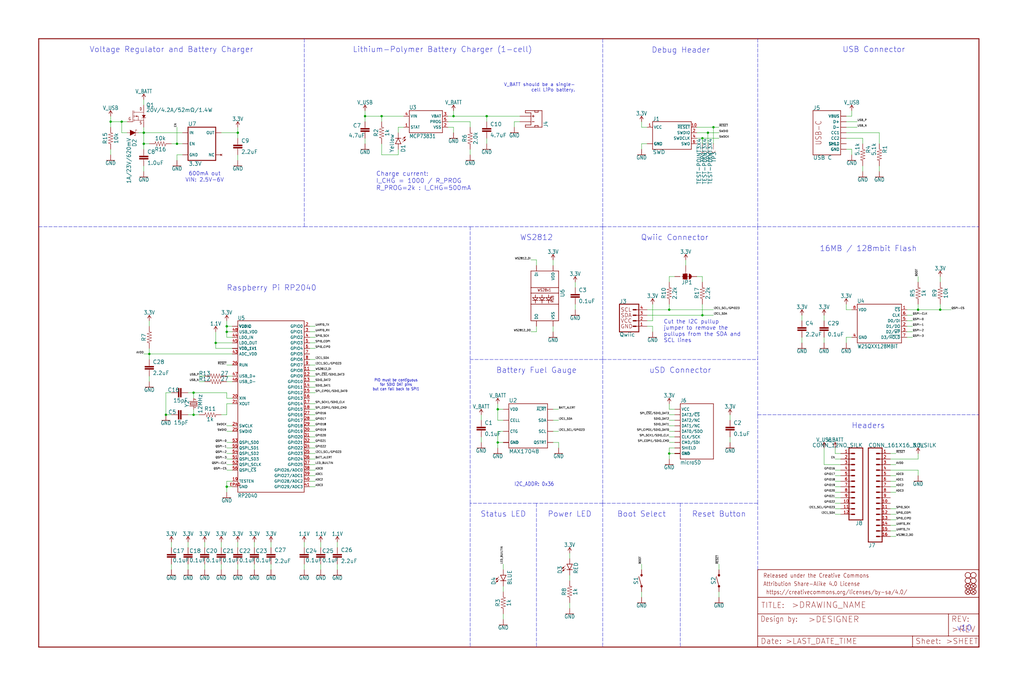
<source format=kicad_sch>
(kicad_sch (version 20211123) (generator eeschema)
  (paper "User" 470.306 317.906)
  (junction (at 327.66 58.42))
  (junction (at 104.14 149.86))
  (junction (at 88.9 190.5))
  (junction (at 307.34 208.28))
  (junction (at 228.6 187.96))
  (junction (at 66.04 66.04))
  (junction (at 66.04 60.96))
  (junction (at 104.14 152.4))
  (junction (at 307.34 142.24))
  (junction (at 175.26 53.34))
  (junction (at 99.06 157.48))
  (junction (at 76.2 190.5))
  (junction (at 88.9 180.34))
  (junction (at 223.52 53.34))
  (junction (at 208.28 53.34))
  (junction (at 81.28 66.04))
  (junction (at 109.22 60.96))
  (junction (at 167.64 53.34))
  (junction (at 68.58 162.56))
  (junction (at 431.8 142.24))
  (junction (at 50.8 55.88))
  (junction (at 325.12 60.96))
  (junction (at 322.58 144.78))
  (junction (at 55.88 55.88))
  (junction (at 322.58 63.5))
  (junction (at 228.6 203.2))
  (junction (at 104.14 223.52))
  (junction (at 421.64 142.24))
  (wire (pts (xy 50.8 71.12) (xy 50.8 68.58)))
  (wire (pts (xy 142.24 170.18) (xy 144.78 170.18)))
  (wire (pts (xy 386.08 228.6) (xy 383.54 228.6)))
  (wire (pts (xy 309.88 200.66) (xy 307.34 200.66)))
  (wire (pts (xy 391.16 68.58) (xy 391.16 71.12)))
  (wire (pts (xy 106.68 160.02) (xy 99.06 160.02)))
  (wire (pts (xy 408.94 233.68) (xy 411.48 233.68)))
  (wire (pts (xy 299.72 149.86) (xy 299.72 152.4)))
  (wire (pts (xy 254 187.96) (xy 256.54 187.96)))
  (wire (pts (xy 142.24 172.72) (xy 144.78 172.72)))
  (wire (pts (xy 106.68 152.4) (xy 104.14 152.4)))
  (wire (pts (xy 386.08 210.82) (xy 383.54 210.82)))
  (wire (pts (xy 391.16 68.58) (xy 388.62 68.58)))
  (wire (pts (xy 322.58 63.5) (xy 330.2 63.5)))
  (wire (pts (xy 421.64 215.9) (xy 421.64 218.44)))
  (wire (pts (xy 106.68 172.72) (xy 104.14 172.72)))
  (wire (pts (xy 378.46 144.78) (xy 378.46 147.32)))
  (wire (pts (xy 50.8 53.34) (xy 50.8 55.88)))
  (wire (pts (xy 99.06 157.48) (xy 99.06 152.4)))
  (wire (pts (xy 104.14 190.5) (xy 101.6 190.5)))
  (wire (pts (xy 294.64 66.04) (xy 294.64 68.58)))
  (wire (pts (xy 142.24 218.44) (xy 144.78 218.44)))
  (wire (pts (xy 386.08 218.44) (xy 383.54 218.44)))
  (wire (pts (xy 408.94 246.38) (xy 411.48 246.38)))
  (wire (pts (xy 104.14 220.98) (xy 104.14 223.52)))
  (wire (pts (xy 55.88 55.88) (xy 55.88 60.96)))
  (wire (pts (xy 142.24 190.5) (xy 144.78 190.5)))
  (wire (pts (xy 378.46 213.36) (xy 386.08 213.36)))
  (polyline (pts (xy 347.98 231.14) (xy 312.42 231.14)))
  (wire (pts (xy 327.66 66.04) (xy 327.66 58.42)))
  (wire (pts (xy 408.94 213.36) (xy 411.48 213.36)))
  (wire (pts (xy 66.04 45.72) (xy 66.04 48.26)))
  (wire (pts (xy 228.6 193.04) (xy 228.6 187.96)))
  (polyline (pts (xy 347.98 190.5) (xy 449.58 190.5)))
  (wire (pts (xy 208.28 50.8) (xy 208.28 53.34)))
  (wire (pts (xy 393.7 55.88) (xy 388.62 55.88)))
  (wire (pts (xy 83.82 71.12) (xy 81.28 71.12)))
  (wire (pts (xy 142.24 180.34) (xy 144.78 180.34)))
  (wire (pts (xy 246.38 152.4) (xy 243.84 152.4)))
  (wire (pts (xy 231.14 198.12) (xy 228.6 198.12)))
  (wire (pts (xy 421.64 129.54) (xy 421.64 127)))
  (wire (pts (xy 83.82 60.96) (xy 66.04 60.96)))
  (wire (pts (xy 294.64 58.42) (xy 294.64 55.88)))
  (wire (pts (xy 403.86 78.74) (xy 403.86 76.2)))
  (wire (pts (xy 327.66 58.42) (xy 330.2 58.42)))
  (wire (pts (xy 106.68 198.12) (xy 104.14 198.12)))
  (wire (pts (xy 139.7 259.08) (xy 139.7 261.62)))
  (wire (pts (xy 93.98 175.26) (xy 91.44 175.26)))
  (wire (pts (xy 396.24 63.5) (xy 396.24 66.04)))
  (wire (pts (xy 391.16 154.94) (xy 388.62 154.94)))
  (wire (pts (xy 142.24 165.1) (xy 144.78 165.1)))
  (wire (pts (xy 408.94 220.98) (xy 411.48 220.98)))
  (wire (pts (xy 254 198.12) (xy 256.54 198.12)))
  (wire (pts (xy 416.56 152.4) (xy 419.1 152.4)))
  (wire (pts (xy 101.6 248.92) (xy 101.6 251.46)))
  (wire (pts (xy 325.12 60.96) (xy 330.2 60.96)))
  (wire (pts (xy 309.88 203.2) (xy 307.34 203.2)))
  (wire (pts (xy 106.68 208.28) (xy 104.14 208.28)))
  (wire (pts (xy 68.58 175.26) (xy 68.58 172.72)))
  (wire (pts (xy 142.24 157.48) (xy 144.78 157.48)))
  (polyline (pts (xy 347.98 190.5) (xy 347.98 165.1)))
  (polyline (pts (xy 276.86 231.14) (xy 246.38 231.14)))
  (wire (pts (xy 81.28 58.42) (xy 81.28 66.04)))
  (wire (pts (xy 68.58 162.56) (xy 66.04 162.56)))
  (wire (pts (xy 208.28 53.34) (xy 205.74 53.34)))
  (wire (pts (xy 142.24 200.66) (xy 144.78 200.66)))
  (wire (pts (xy 142.24 203.2) (xy 144.78 203.2)))
  (wire (pts (xy 106.68 220.98) (xy 104.14 220.98)))
  (wire (pts (xy 294.64 261.62) (xy 294.64 259.08)))
  (wire (pts (xy 167.64 53.34) (xy 167.64 55.88)))
  (wire (pts (xy 154.94 261.62) (xy 154.94 259.08)))
  (wire (pts (xy 106.68 149.86) (xy 104.14 149.86)))
  (wire (pts (xy 142.24 177.8) (xy 144.78 177.8)))
  (wire (pts (xy 93.98 172.72) (xy 91.44 172.72)))
  (wire (pts (xy 88.9 190.5) (xy 86.36 190.5)))
  (polyline (pts (xy 215.9 104.14) (xy 276.86 104.14)))
  (wire (pts (xy 142.24 210.82) (xy 144.78 210.82)))
  (wire (pts (xy 386.08 233.68) (xy 383.54 233.68)))
  (wire (pts (xy 142.24 213.36) (xy 144.78 213.36)))
  (wire (pts (xy 106.68 210.82) (xy 104.14 210.82)))
  (wire (pts (xy 220.98 190.5) (xy 220.98 193.04)))
  (wire (pts (xy 307.34 139.7) (xy 307.34 142.24)))
  (polyline (pts (xy 312.42 231.14) (xy 276.86 231.14)))
  (polyline (pts (xy 347.98 165.1) (xy 347.98 104.14)))
  (wire (pts (xy 388.62 53.34) (xy 391.16 53.34)))
  (wire (pts (xy 116.84 248.92) (xy 116.84 251.46)))
  (wire (pts (xy 142.24 167.64) (xy 144.78 167.64)))
  (wire (pts (xy 106.68 203.2) (xy 104.14 203.2)))
  (wire (pts (xy 231.14 203.2) (xy 228.6 203.2)))
  (wire (pts (xy 330.2 261.62) (xy 330.2 259.08)))
  (wire (pts (xy 393.7 58.42) (xy 388.62 58.42)))
  (wire (pts (xy 297.18 58.42) (xy 294.64 58.42)))
  (wire (pts (xy 106.68 185.42) (xy 104.14 185.42)))
  (wire (pts (xy 297.18 149.86) (xy 299.72 149.86)))
  (wire (pts (xy 50.8 58.42) (xy 50.8 55.88)))
  (wire (pts (xy 142.24 185.42) (xy 144.78 185.42)))
  (wire (pts (xy 154.94 248.92) (xy 154.94 251.46)))
  (wire (pts (xy 403.86 60.96) (xy 403.86 66.04)))
  (wire (pts (xy 330.2 271.78) (xy 330.2 274.32)))
  (wire (pts (xy 431.8 129.54) (xy 431.8 127)))
  (wire (pts (xy 142.24 193.04) (xy 144.78 193.04)))
  (wire (pts (xy 386.08 223.52) (xy 383.54 223.52)))
  (wire (pts (xy 388.62 142.24) (xy 388.62 139.7)))
  (wire (pts (xy 106.68 213.36) (xy 104.14 213.36)))
  (wire (pts (xy 104.14 182.88) (xy 104.14 180.34)))
  (wire (pts (xy 88.9 187.96) (xy 88.9 190.5)))
  (wire (pts (xy 416.56 149.86) (xy 419.1 149.86)))
  (wire (pts (xy 78.74 180.34) (xy 76.2 180.34)))
  (wire (pts (xy 185.42 53.34) (xy 175.26 53.34)))
  (wire (pts (xy 106.68 223.52) (xy 104.14 223.52)))
  (wire (pts (xy 106.68 154.94) (xy 104.14 154.94)))
  (wire (pts (xy 223.52 55.88) (xy 223.52 53.34)))
  (wire (pts (xy 66.04 76.2) (xy 66.04 78.74)))
  (wire (pts (xy 124.46 248.92) (xy 124.46 251.46)))
  (polyline (pts (xy 276.86 104.14) (xy 347.98 104.14)))
  (wire (pts (xy 142.24 160.02) (xy 144.78 160.02)))
  (wire (pts (xy 408.94 243.84) (xy 411.48 243.84)))
  (wire (pts (xy 182.88 58.42) (xy 182.88 60.96)))
  (wire (pts (xy 307.34 127) (xy 309.88 127)))
  (polyline (pts (xy 312.42 231.14) (xy 312.42 297.18)))
  (wire (pts (xy 320.04 127) (xy 322.58 127)))
  (wire (pts (xy 254 203.2) (xy 256.54 203.2)))
  (wire (pts (xy 388.62 60.96) (xy 403.86 60.96)))
  (wire (pts (xy 386.08 215.9) (xy 383.54 215.9)))
  (wire (pts (xy 386.08 236.22) (xy 383.54 236.22)))
  (wire (pts (xy 205.74 55.88) (xy 215.9 55.88)))
  (wire (pts (xy 142.24 223.52) (xy 144.78 223.52)))
  (wire (pts (xy 408.94 236.22) (xy 411.48 236.22)))
  (wire (pts (xy 101.6 60.96) (xy 109.22 60.96)))
  (wire (pts (xy 322.58 144.78) (xy 327.66 144.78)))
  (wire (pts (xy 142.24 187.96) (xy 144.78 187.96)))
  (wire (pts (xy 264.16 139.7) (xy 264.16 142.24)))
  (wire (pts (xy 116.84 259.08) (xy 116.84 261.62)))
  (wire (pts (xy 297.18 144.78) (xy 322.58 144.78)))
  (wire (pts (xy 416.56 154.94) (xy 419.1 154.94)))
  (wire (pts (xy 386.08 220.98) (xy 383.54 220.98)))
  (wire (pts (xy 421.64 142.24) (xy 431.8 142.24)))
  (polyline (pts (xy 17.78 104.14) (xy 139.7 104.14)))
  (wire (pts (xy 106.68 215.9) (xy 104.14 215.9)))
  (wire (pts (xy 297.18 66.04) (xy 294.64 66.04)))
  (wire (pts (xy 297.18 142.24) (xy 307.34 142.24)))
  (wire (pts (xy 99.06 160.02) (xy 99.06 157.48)))
  (wire (pts (xy 309.88 187.96) (xy 307.34 187.96)))
  (wire (pts (xy 231.14 193.04) (xy 228.6 193.04)))
  (wire (pts (xy 254 193.04) (xy 256.54 193.04)))
  (wire (pts (xy 231.14 261.62) (xy 231.14 259.08)))
  (wire (pts (xy 215.9 68.58) (xy 215.9 71.12)))
  (wire (pts (xy 307.34 205.74) (xy 307.34 208.28)))
  (wire (pts (xy 264.16 129.54) (xy 264.16 132.08)))
  (wire (pts (xy 261.62 264.16) (xy 261.62 266.7)))
  (wire (pts (xy 93.98 259.08) (xy 93.98 261.62)))
  (wire (pts (xy 86.36 259.08) (xy 86.36 261.62)))
  (wire (pts (xy 104.14 180.34) (xy 88.9 180.34)))
  (wire (pts (xy 106.68 195.58) (xy 104.14 195.58)))
  (wire (pts (xy 106.68 167.64) (xy 104.14 167.64)))
  (wire (pts (xy 106.68 205.74) (xy 104.14 205.74)))
  (wire (pts (xy 246.38 121.92) (xy 246.38 119.38)))
  (wire (pts (xy 68.58 147.32) (xy 68.58 149.86)))
  (wire (pts (xy 386.08 226.06) (xy 383.54 226.06)))
  (wire (pts (xy 104.14 175.26) (xy 106.68 175.26)))
  (wire (pts (xy 236.22 55.88) (xy 236.22 58.42)))
  (wire (pts (xy 58.42 55.88) (xy 55.88 55.88)))
  (wire (pts (xy 182.88 68.58) (xy 182.88 71.12)))
  (wire (pts (xy 335.28 190.5) (xy 335.28 193.04)))
  (wire (pts (xy 368.3 144.78) (xy 368.3 147.32)))
  (polyline (pts (xy 276.86 165.1) (xy 347.98 165.1)))
  (wire (pts (xy 142.24 154.94) (xy 144.78 154.94)))
  (wire (pts (xy 320.04 63.5) (xy 322.58 63.5)))
  (wire (pts (xy 88.9 182.88) (xy 88.9 180.34)))
  (wire (pts (xy 421.64 210.82) (xy 421.64 208.28)))
  (wire (pts (xy 408.94 238.76) (xy 411.48 238.76)))
  (polyline (pts (xy 276.86 104.14) (xy 276.86 17.78)))
  (wire (pts (xy 78.74 190.5) (xy 76.2 190.5)))
  (wire (pts (xy 320.04 60.96) (xy 325.12 60.96)))
  (wire (pts (xy 86.36 248.92) (xy 86.36 251.46)))
  (wire (pts (xy 142.24 149.86) (xy 144.78 149.86)))
  (wire (pts (xy 408.94 210.82) (xy 421.64 210.82)))
  (wire (pts (xy 78.74 248.92) (xy 78.74 251.46)))
  (wire (pts (xy 223.52 53.34) (xy 208.28 53.34)))
  (wire (pts (xy 63.5 60.96) (xy 66.04 60.96)))
  (wire (pts (xy 142.24 220.98) (xy 144.78 220.98)))
  (wire (pts (xy 386.08 231.14) (xy 383.54 231.14)))
  (wire (pts (xy 386.08 208.28) (xy 383.54 208.28)))
  (wire (pts (xy 322.58 127) (xy 322.58 129.54)))
  (wire (pts (xy 83.82 66.04) (xy 81.28 66.04)))
  (wire (pts (xy 142.24 195.58) (xy 144.78 195.58)))
  (wire (pts (xy 223.52 53.34) (xy 238.76 53.34)))
  (wire (pts (xy 106.68 182.88) (xy 104.14 182.88)))
  (wire (pts (xy 254 121.92) (xy 254 119.38)))
  (wire (pts (xy 106.68 157.48) (xy 99.06 157.48)))
  (wire (pts (xy 142.24 205.74) (xy 144.78 205.74)))
  (wire (pts (xy 431.8 142.24) (xy 436.88 142.24)))
  (wire (pts (xy 109.22 248.92) (xy 109.22 251.46)))
  (wire (pts (xy 256.54 203.2) (xy 256.54 205.74)))
  (wire (pts (xy 416.56 147.32) (xy 419.1 147.32)))
  (wire (pts (xy 76.2 180.34) (xy 76.2 190.5)))
  (wire (pts (xy 416.56 144.78) (xy 419.1 144.78)))
  (wire (pts (xy 81.28 66.04) (xy 78.74 66.04)))
  (wire (pts (xy 254 149.86) (xy 254 152.4)))
  (wire (pts (xy 228.6 203.2) (xy 228.6 205.74)))
  (wire (pts (xy 182.88 58.42) (xy 185.42 58.42)))
  (polyline (pts (xy 276.86 165.1) (xy 276.86 104.14)))
  (wire (pts (xy 378.46 157.48) (xy 378.46 154.94)))
  (wire (pts (xy 104.14 185.42) (xy 104.14 190.5)))
  (wire (pts (xy 142.24 198.12) (xy 144.78 198.12)))
  (wire (pts (xy 220.98 200.66) (xy 220.98 203.2)))
  (wire (pts (xy 431.8 139.7) (xy 431.8 142.24)))
  (wire (pts (xy 408.94 223.52) (xy 411.48 223.52)))
  (wire (pts (xy 142.24 208.28) (xy 144.78 208.28)))
  (polyline (pts (xy 276.86 231.14) (xy 276.86 165.1)))
  (polyline (pts (xy 347.98 104.14) (xy 449.58 104.14)))
  (wire (pts (xy 88.9 180.34) (xy 86.36 180.34)))
  (wire (pts (xy 228.6 187.96) (xy 228.6 185.42)))
  (polyline (pts (xy 215.9 231.14) (xy 215.9 297.18)))
  (wire (pts (xy 68.58 66.04) (xy 66.04 66.04)))
  (wire (pts (xy 238.76 55.88) (xy 236.22 55.88)))
  (polyline (pts (xy 276.86 165.1) (xy 215.9 165.1)))
  (wire (pts (xy 78.74 259.08) (xy 78.74 261.62)))
  (wire (pts (xy 309.88 208.28) (xy 307.34 208.28)))
  (wire (pts (xy 104.14 223.52) (xy 104.14 226.06)))
  (wire (pts (xy 309.88 198.12) (xy 307.34 198.12)))
  (wire (pts (xy 396.24 78.74) (xy 396.24 76.2)))
  (polyline (pts (xy 246.38 231.14) (xy 215.9 231.14)))
  (wire (pts (xy 109.22 73.66) (xy 109.22 71.12)))
  (wire (pts (xy 383.54 208.28) (xy 383.54 205.74)))
  (wire (pts (xy 228.6 198.12) (xy 228.6 203.2)))
  (wire (pts (xy 104.14 154.94) (xy 104.14 152.4)))
  (wire (pts (xy 309.88 190.5) (xy 307.34 190.5)))
  (wire (pts (xy 421.64 139.7) (xy 421.64 142.24)))
  (wire (pts (xy 175.26 55.88) (xy 175.26 53.34)))
  (polyline (pts (xy 139.7 17.78) (xy 139.7 104.14)))
  (wire (pts (xy 93.98 248.92) (xy 93.98 251.46)))
  (polyline (pts (xy 215.9 165.1) (xy 215.9 104.14)))
  (wire (pts (xy 167.64 66.04) (xy 167.64 63.5)))
  (wire (pts (xy 261.62 256.54) (xy 261.62 254)))
  (wire (pts (xy 378.46 205.74) (xy 378.46 213.36)))
  (wire (pts (xy 139.7 248.92) (xy 139.7 251.46)))
  (wire (pts (xy 231.14 187.96) (xy 228.6 187.96)))
  (wire (pts (xy 408.94 215.9) (xy 421.64 215.9)))
  (wire (pts (xy 66.04 66.04) (xy 66.04 68.58)))
  (wire (pts (xy 55.88 60.96) (xy 58.42 60.96)))
  (wire (pts (xy 66.04 58.42) (xy 66.04 60.96)))
  (wire (pts (xy 231.14 281.94) (xy 231.14 284.48)))
  (polyline (pts (xy 347.98 261.62) (xy 347.98 231.14)))
  (wire (pts (xy 142.24 175.26) (xy 144.78 175.26)))
  (wire (pts (xy 408.94 226.06) (xy 411.48 226.06)))
  (wire (pts (xy 307.34 129.54) (xy 307.34 127)))
  (wire (pts (xy 109.22 60.96) (xy 109.22 63.5)))
  (wire (pts (xy 104.14 149.86) (xy 104.14 152.4)))
  (wire (pts (xy 388.62 63.5) (xy 396.24 63.5)))
  (wire (pts (xy 297.18 147.32) (xy 299.72 147.32)))
  (wire (pts (xy 109.22 60.96) (xy 109.22 58.42)))
  (wire (pts (xy 388.62 154.94) (xy 388.62 157.48)))
  (wire (pts (xy 68.58 162.56) (xy 68.58 165.1)))
  (wire (pts (xy 307.34 208.28) (xy 307.34 210.82)))
  (wire (pts (xy 142.24 152.4) (xy 144.78 152.4)))
  (wire (pts (xy 205.74 58.42) (xy 208.28 58.42)))
  (polyline (pts (xy 215.9 231.14) (xy 215.9 165.1)))
  (polyline (pts (xy 246.38 231.14) (xy 246.38 297.18)))
  (wire (pts (xy 223.52 66.04) (xy 223.52 63.5)))
  (wire (pts (xy 142.24 215.9) (xy 144.78 215.9)))
  (wire (pts (xy 208.28 58.42) (xy 208.28 60.96)))
  (wire (pts (xy 391.16 53.34) (xy 391.16 50.8)))
  (wire (pts (xy 261.62 276.86) (xy 261.62 279.4)))
  (polyline (pts (xy 347.98 231.14) (xy 347.98 190.5)))
  (wire (pts (xy 307.34 187.96) (xy 307.34 185.42)))
  (wire (pts (xy 147.32 248.92) (xy 147.32 251.46)))
  (wire (pts (xy 104.14 149.86) (xy 104.14 147.32)))
  (wire (pts (xy 167.64 53.34) (xy 167.64 50.8)))
  (wire (pts (xy 307.34 142.24) (xy 327.66 142.24)))
  (wire (pts (xy 106.68 162.56) (xy 68.58 162.56)))
  (wire (pts (xy 124.46 261.62) (xy 124.46 259.08)))
  (wire (pts (xy 101.6 259.08) (xy 101.6 261.62)))
  (wire (pts (xy 325.12 66.04) (xy 325.12 60.96)))
  (wire (pts (xy 66.04 66.04) (xy 66.04 60.96)))
  (polyline (pts (xy 139.7 104.14) (xy 215.9 104.14)))
  (wire (pts (xy 309.88 205.74) (xy 307.34 205.74)))
  (wire (pts (xy 299.72 147.32) (xy 299.72 139.7)))
  (wire (pts (xy 68.58 162.56) (xy 68.58 160.02)))
  (polyline (pts (xy 276.86 231.14) (xy 276.86 297.18)))
  (wire (pts (xy 416.56 142.24) (xy 421.64 142.24)))
  (wire (pts (xy 175.26 71.12) (xy 175.26 66.04)))
  (wire (pts (xy 309.88 193.04) (xy 307.34 193.04)))
  (wire (pts (xy 335.28 200.66) (xy 335.28 203.2)))
  (polyline (pts (xy 347.98 17.78) (xy 347.98 104.14)))
  (wire (pts (xy 408.94 241.3) (xy 411.48 241.3)))
  (wire (pts (xy 408.94 208.28) (xy 411.48 208.28)))
  (wire (pts (xy 322.58 66.04) (xy 322.58 63.5)))
  (wire (pts (xy 391.16 142.24) (xy 388.62 142.24)))
  (wire (pts (xy 314.96 121.92) (xy 314.96 119.38)))
  (wire (pts (xy 368.3 157.48) (xy 368.3 154.94)))
  (wire (pts (xy 322.58 139.7) (xy 322.58 144.78)))
  (wire (pts (xy 109.22 259.08) (xy 109.22 261.62)))
  (wire (pts (xy 408.94 218.44) (xy 411.48 218.44)))
  (wire (pts (xy 320.04 58.42) (xy 327.66 58.42)))
  (wire (pts (xy 81.28 71.12) (xy 81.28 73.66)))
  (wire (pts (xy 175.26 53.34) (xy 167.64 53.34)))
  (wire (pts (xy 294.64 271.78) (xy 294.64 274.32)))
  (wire (pts (xy 215.9 58.42) (xy 215.9 55.88)))
  (wire (pts (xy 231.14 269.24) (xy 231.14 271.78)))
  (wire (pts (xy 309.88 195.58) (xy 307.34 195.58)))
  (wire (pts (xy 91.44 190.5) (xy 88.9 190.5)))
  (wire (pts (xy 182.88 71.12) (xy 175.26 71.12)))
  (wire (pts (xy 147.32 259.08) (xy 147.32 261.62)))
  (wire (pts (xy 246.38 149.86) (xy 246.38 152.4)))
  (wire (pts (xy 55.88 55.88) (xy 50.8 55.88)))
  (wire (pts (xy 246.38 119.38) (xy 243.84 119.38)))
  (text "600mA out\nVIN: 2.5V-6V" (at 93.98 81.28 180) (effects (font (size 1.778 1.778))))
  (text "USB Connector" (at 401.32 22.86 180) (effects (font (size 2.54 2.54))))
  (text "PIO must be contiguous\nfor SDIO DAT pins\nbut can fall back to SPI1" (at 181.864 176.784 0) (effects (font (size 1.27 1.0795))))
  (text "Reset Button" (at 330.2 236.22 180) (effects (font (size 2.54 2.54))))
  (text "Headers" (at 398.78 195.58 180) (effects (font (size 2.54 2.54))))
  (text "Charge current:\nI_CHG = 1000 / R_PROG\nR_PROG=2k : I_CHG=500mA" (at 172.72 78.74 0) (effects (font (size 2.032 2.032)) (justify left top)))
  (text "Raspberry Pi RP2040" (at 124.714 132.334 180) (effects (font (size 2.54 2.54))))
  (text "Voltage Regulator and Battery Charger" (at 78.74 22.86 180) (effects (font (size 2.54 2.54))))
  (text "16MB / 128mbit Flash" (at 398.78 114.3 180) (effects (font (size 2.54 2.54))))
  (text "Power LED" (at 261.62 236.22 180) (effects (font (size 2.54 2.54))))
  (text "Cut the I2C pullup\njumper to remove the\npullups from the SDA and\nSCL lines" (at 304.8 157.48 0) (effects (font (size 1.778 1.778)) (justify left bottom)))
  (text "Boot Select" (at 294.64 236.22 180) (effects (font (size 2.54 2.54))))
  (text "V_BATT should be a single-\ncell LiPo battery." (at 264.16 38.1 180) (effects (font (size 1.524 1.524)) (justify right top)))
  (text "Qwiic Connector" (at 309.88 109.22 180) (effects (font (size 2.54 2.54))))
  (text "Status LED" (at 231.14 236.22 180) (effects (font (size 2.54 2.54))))
  (text "Battery Fuel Gauge" (at 246.38 170.18 180) (effects (font (size 2.54 2.54))))
  (text "uSD Connector" (at 312.42 170.18 180) (effects (font (size 2.54 2.54))))
  (text "Debug Header" (at 312.674 23.114 180) (effects (font (size 2.54 2.54))))
  (text "WS2812" (at 246.38 109.22 180) (effects (font (size 2.54 2.54))))
  (text "I2C_ADDR: 0x36" (at 236.22 223.52 180) (effects (font (size 1.778 1.5113)) (justify left bottom)))
  (text "Lithium-Polymer Battery Charger (1-cell)" (at 203.2 22.86 180) (effects (font (size 2.54 2.54))))
  (text "v10" (at 439.42 287.02 180) (effects (font (size 2.54 2.54)) (justify left top)))
  (label "QSPI-CLK" (at 419.1 144.78 0) (effects (font (size 0.889 0.889))))
  (label "QSPI-3" (at 104.14 210.82 180) (effects (font (size 0.889 0.889))))
  (label "SPI0_SCK" (at 411.48 233.68 0) (effects (font (size 0.889 0.889))))
  (label "GPIO22" (at 383.54 231.14 180) (effects (font (size 0.889 0.889))))
  (label "SPI0_CIPO" (at 144.78 160.02 0) (effects (font (size 0.889 0.889))))
  (label "LED_BUILTIN" (at 144.78 213.36 0) (effects (font (size 0.889 0.889))))
  (label "GPIO18" (at 144.78 195.58 0) (effects (font (size 0.889 0.889))))
  (label "ADC2" (at 144.78 220.98 0) (effects (font (size 0.889 0.889))))
  (label "ADC2" (at 411.48 223.52 0) (effects (font (size 0.889 0.889))))
  (label "AVDD" (at 66.04 162.56 180) (effects (font (size 0.889 0.889))))
  (label "AVDD" (at 411.48 213.36 0) (effects (font (size 0.889 0.889))))
  (label "SDIO_DAT1" (at 144.78 177.8 0) (effects (font (size 0.889 0.889))))
  (label "BATT_ALERT" (at 256.54 187.96 0) (effects (font (size 0.889 0.889))))
  (label "SPI_~{CS1}/SDIO_DAT3" (at 144.78 172.72 0) (effects (font (size 0.889 0.889))))
  (label "BOOT" (at 294.64 259.08 90) (effects (font (size 0.889 0.889))))
  (label "USB_P" (at 91.44 172.72 180) (effects (font (size 0.889 0.889))))
  (label "GPIO16" (at 144.78 190.5 0) (effects (font (size 0.889 0.889))))
  (label "SDIO_DAT1" (at 307.34 195.58 180) (effects (font (size 0.889 0.889))))
  (label "SPI_CIPO1/SDIO_DAT0" (at 144.78 180.34 0) (effects (font (size 0.889 0.889))))
  (label "SPI_SCK1/SDIO_CLK" (at 144.78 185.42 0) (effects (font (size 0.889 0.889))))
  (label "USB_P" (at 393.7 55.88 0) (effects (font (size 0.889 0.889))))
  (label "ADC0" (at 411.48 218.44 0) (effects (font (size 0.889 0.889))))
  (label "GPIO20" (at 383.54 226.06 180) (effects (font (size 0.889 0.889))))
  (label "SPI_~{CS1}/SDIO_DAT3" (at 307.34 190.5 180) (effects (font (size 0.889 0.889))))
  (label "I2C1_SCL/GPIO23" (at 327.66 142.24 0) (effects (font (size 0.889 0.889))))
  (label "SPI_COPI1/SDIO_CMD" (at 307.34 203.2 180) (effects (font (size 0.889 0.889))))
  (label "SWDIO" (at 330.2 60.96 0) (effects (font (size 0.889 0.889))))
  (label "QSPI-CLK" (at 104.14 213.36 180) (effects (font (size 0.889 0.889))))
  (label "GPIO22" (at 144.78 205.74 0) (effects (font (size 0.889 0.889))))
  (label "SDIO_DAT2" (at 144.78 175.26 0) (effects (font (size 0.889 0.889))))
  (label "WS2812_DI" (at 144.78 170.18 0) (effects (font (size 0.889 0.889))))
  (label "I2C1_SDA" (at 327.66 144.78 0) (effects (font (size 0.889 0.889))))
  (label "SWDIO" (at 104.14 198.12 180) (effects (font (size 0.889 0.889))))
  (label "WS2812_DO" (at 411.48 246.38 0) (effects (font (size 0.889 0.889))))
  (label "SPI_SCK1/SDIO_CLK" (at 307.34 200.66 180) (effects (font (size 0.889 0.889))))
  (label "GPIO21" (at 144.78 203.2 0) (effects (font (size 0.889 0.889))))
  (label "I2C1_SDA" (at 144.78 165.1 0) (effects (font (size 0.889 0.889))))
  (label "LED_BUILTIN" (at 231.14 259.08 90) (effects (font (size 0.889 0.889))))
  (label "I2C1_SCL/GPIO23" (at 144.78 208.28 0) (effects (font (size 0.889 0.889))))
  (label "QSPI-CS" (at 104.14 215.9 180) (effects (font (size 0.889 0.889))))
  (label "SPI0_COPI" (at 144.78 157.48 0) (effects (font (size 0.889 0.889))))
  (label "GPIO18" (at 383.54 220.98 180) (effects (font (size 0.889 0.889))))
  (label "I2C1_SCL/GPIO23" (at 383.54 233.68 180) (effects (font (size 0.889 0.889))))
  (label "I2C1_SDA" (at 383.54 236.22 180) (effects (font (size 0.889 0.889))))
  (label "BOOT" (at 421.64 127 90) (effects (font (size 0.889 0.889))))
  (label "SWDCK" (at 330.2 63.5 0) (effects (font (size 0.889 0.889))))
  (label "QSPI-3" (at 419.1 154.94 0) (effects (font (size 0.889 0.889))))
  (label "BATT_ALERT" (at 144.78 210.82 0) (effects (font (size 0.889 0.889))))
  (label "SWDCK" (at 104.14 195.58 180) (effects (font (size 0.889 0.889))))
  (label "~{RESET}" (at 330.2 58.42 0) (effects (font (size 0.889 0.889))))
  (label "SPI0_COPI" (at 411.48 236.22 0) (effects (font (size 0.889 0.889))))
  (label "QSPI-2" (at 104.14 208.28 180) (effects (font (size 0.889 0.889))))
  (label "ADC0" (at 144.78 215.9 0) (effects (font (size 0.889 0.889))))
  (label "ADC1" (at 144.78 218.44 0) (effects (font (size 0.889 0.889))))
  (label "EN" (at 81.28 58.42 90) (effects (font (size 0.889 0.889))))
  (label "~{RESET}" (at 104.14 167.64 180) (effects (font (size 0.889 0.889))))
  (label "QSPI-0" (at 419.1 147.32 0) (effects (font (size 0.889 0.889))))
  (label "USB_N" (at 91.44 175.26 180) (effects (font (size 0.889 0.889))))
  (label "UART0_RX" (at 411.48 241.3 0) (effects (font (size 0.889 0.889))))
  (label "SPI_CIPO1/SDIO_DAT0" (at 307.34 198.12 180) (effects (font (size 0.889 0.889))))
  (label "QSPI-1" (at 419.1 149.86 0) (effects (font (size 0.889 0.889))))
  (label "I2C1_SDA" (at 256.54 193.04 0) (effects (font (size 0.889 0.889))))
  (label "UART0_TX" (at 411.48 243.84 0) (effects (font (size 0.889 0.889))))
  (label "SPI0_CIPO" (at 411.48 238.76 0) (effects (font (size 0.889 0.889))))
  (label "SPI0_SCK" (at 144.78 154.94 0) (effects (font (size 0.889 0.889))))
  (label "GPIO21" (at 383.54 228.6 180) (effects (font (size 0.889 0.889))))
  (label "GPIO17" (at 383.54 218.44 180) (effects (font (size 0.889 0.889))))
  (label "USB_N" (at 393.7 58.42 0) (effects (font (size 0.889 0.889))))
  (label "WS2812_DO" (at 243.84 152.4 180) (effects (font (size 0.889 0.889))))
  (label "QSPI-CS" (at 436.88 142.24 0) (effects (font (size 0.889 0.889))))
  (label "ADC3" (at 144.78 223.52 0) (effects (font (size 0.889 0.889))))
  (label "QSPI-1" (at 104.14 205.74 180) (effects (font (size 0.889 0.889))))
  (label "UART0_RX" (at 144.78 152.4 0) (effects (font (size 0.889 0.889))))
  (label "WS2812_DI" (at 243.84 119.38 180) (effects (font (size 0.889 0.889))))
  (label "EN" (at 383.54 210.82 180) (effects (font (size 0.889 0.889))))
  (label "I2C1_SCL/GPIO23" (at 144.78 167.64 0) (effects (font (size 0.889 0.889))))
  (label "ADC1" (at 411.48 220.98 0) (effects (font (size 0.889 0.889))))
  (label "~{RESET}" (at 411.48 208.28 0) (effects (font (size 0.889 0.889))))
  (label "ADC3" (at 411.48 226.06 0) (effects (font (size 0.889 0.889))))
  (label "QSPI-0" (at 104.14 203.2 180) (effects (font (size 0.889 0.889))))
  (label "I2C1_SCL/GPIO23" (at 256.54 198.12 0) (effects (font (size 0.889 0.889))))
  (label "SPI_COPI1/SDIO_CMD" (at 144.78 187.96 0) (effects (font (size 0.889 0.889))))
  (label "~{RESET}" (at 330.2 259.08 90) (effects (font (size 0.889 0.889))))
  (label "GPIO16" (at 383.54 215.9 180) (effects (font (size 0.889 0.889))))
  (label "GPIO17" (at 144.78 193.04 0) (effects (font (size 0.889 0.889))))
  (label "SDIO_DAT2" (at 307.34 193.04 180) (effects (font (size 0.889 0.889))))
  (label "GPIO20" (at 144.78 200.66 0) (effects (font (size 0.889 0.889))))
  (label "UART0_TX" (at 144.78 149.86 0) (effects (font (size 0.889 0.889))))
  (label "GPIO19" (at 383.54 223.52 180) (effects (font (size 0.889 0.889))))
  (label "GPIO19" (at 144.78 198.12 0) (effects (font (size 0.889 0.889))))
  (label "QSPI-2" (at 419.1 152.4 0) (effects (font (size 0.889 0.889))))
  (symbol (lib_id "schematicEagle-eagle-import:QWIIC_CONNECTORJS-1MM") (at 289.56 147.32 0) (unit 1)
    (property "Reference" "J3" (at 284.48 139.446 0) (effects (font (size 1.778 1.778)) (justify left bottom)))
    (property "Value" "Qwiic" (at 284.48 152.654 0) (effects (font (size 1.778 1.778)) (justify left top)))
    (property "Footprint" "schematicEagle:JST04_1MM_RA" (effects hide))
  )
  (symbol (lib_id "schematicEagle-eagle-import:GND") (at 368.3 160.02 0) (unit 1)
    (property "Reference" "#GND24" (effects hide))
    (property "Value" "GND" (at 368.3 160.274 0) (effects (font (size 1.778 1.5113)) (justify top)))
    (property "Footprint" "schematicEagle:" (effects hide))
  )
  (symbol (lib_id "schematicEagle-eagle-import:GND") (at 86.36 264.16 0) (unit 1)
    (property "Reference" "#GND16" (effects hide))
    (property "Value" "GND" (at 86.36 264.414 0) (effects (font (size 1.778 1.5113)) (justify top)))
    (property "Footprint" "schematicEagle:" (effects hide))
  )
  (symbol (lib_id "schematicEagle-eagle-import:GND") (at 254 154.94 0) (unit 1)
    (property "Reference" "#GND33" (effects hide))
    (property "Value" "GND" (at 254 155.194 0) (effects (font (size 1.778 1.5113)) (justify top)))
    (property "Footprint" "schematicEagle:" (effects hide))
  )
  (symbol (lib_id "schematicEagle-eagle-import:CRYSTAL-12MHZ") (at 88.9 185.42 90) (unit 1)
    (property "Reference" "Y2" (at 86.868 185.42 0) (effects (font (size 1.778 1.778)) (justify bottom)))
    (property "Value" "12MHz" (at 90.932 185.42 0) (effects (font (size 1.778 1.778)) (justify top)))
    (property "Footprint" "schematicEagle:CRYSTAL-SMD-2X2.5MM" (effects hide))
  )
  (symbol (lib_id "schematicEagle-eagle-import:GND") (at 68.58 177.8 0) (unit 1)
    (property "Reference" "#GND30" (effects hide))
    (property "Value" "GND" (at 68.58 178.054 0) (effects (font (size 1.778 1.5113)) (justify top)))
    (property "Footprint" "schematicEagle:" (effects hide))
  )
  (symbol (lib_id "schematicEagle-eagle-import:GND") (at 391.16 73.66 0) (unit 1)
    (property "Reference" "#GND8" (effects hide))
    (property "Value" "GND" (at 391.16 73.914 0) (effects (font (size 1.778 1.5113)) (justify top)))
    (property "Footprint" "schematicEagle:" (effects hide))
  )
  (symbol (lib_id "schematicEagle-eagle-import:3.3V") (at 101.6 248.92 0) (unit 1)
    (property "Reference" "#SUPPLY24" (effects hide))
    (property "Value" "3.3V" (at 101.6 246.126 0) (effects (font (size 1.778 1.5113)) (justify bottom)))
    (property "Footprint" "schematicEagle:" (effects hide))
  )
  (symbol (lib_id "schematicEagle-eagle-import:GND") (at 388.62 160.02 0) (unit 1)
    (property "Reference" "#GND17" (effects hide))
    (property "Value" "GND" (at 388.62 160.274 0) (effects (font (size 1.778 1.5113)) (justify top)))
    (property "Footprint" "schematicEagle:" (effects hide))
  )
  (symbol (lib_id "schematicEagle-eagle-import:MAX17048DFN8") (at 243.84 195.58 0) (unit 1)
    (property "Reference" "U2" (at 233.68 184.912 0) (effects (font (size 1.778 1.778)) (justify left bottom)))
    (property "Value" "MAX17048" (at 233.68 208.28 0) (effects (font (size 1.778 1.778)) (justify left bottom)))
    (property "Footprint" "schematicEagle:DFN-8" (effects hide))
  )
  (symbol (lib_id "schematicEagle-eagle-import:MOSFET_PCH-DMG2305UX-7") (at 63.5 53.34 0) (unit 1)
    (property "Reference" "Q1" (at 67.056 49.276 0) (effects (font (size 1.778 1.778)) (justify left bottom)))
    (property "Value" "20V/4.2A/52mΩ/1.4W" (at 67.056 51.562 0) (effects (font (size 1.778 1.778)) (justify left bottom)))
    (property "Footprint" "schematicEagle:SOT23-3" (effects hide))
  )
  (symbol (lib_id "schematicEagle-eagle-import:2.2KOHM-0402T-1{slash}16W-1%") (at 322.58 134.62 90) (unit 1)
    (property "Reference" "R17" (at 321.056 134.62 0) (effects (font (size 1.778 1.778)) (justify bottom)))
    (property "Value" "2.2k" (at 324.104 134.62 0) (effects (font (size 1.778 1.778)) (justify top)))
    (property "Footprint" "schematicEagle:0402-TIGHT" (effects hide))
  )
  (symbol (lib_id "schematicEagle-eagle-import:15PF-0402T-50V-5%") (at 83.82 190.5 90) (unit 1)
    (property "Reference" "C5" (at 77.216 190.246 90) (effects (font (size 1.778 1.778)) (justify right top)))
    (property "Value" "15pF" (at 79.756 193.04 90) (effects (font (size 1.778 1.778)) (justify right bottom)))
    (property "Footprint" "schematicEagle:0402-TIGHT" (effects hide))
  )
  (symbol (lib_id "schematicEagle-eagle-import:MICRO-SD-SDIOPUSH-PUSH") (at 317.5 198.12 0) (unit 1)
    (property "Reference" "J6" (at 312.42 184.912 0) (effects (font (size 1.778 1.5113)) (justify left bottom)))
    (property "Value" "microSD" (at 312.42 213.36 0) (effects (font (size 1.778 1.5113)) (justify left bottom)))
    (property "Footprint" "schematicEagle:MICRO-SD-SOCKET" (effects hide))
  )
  (symbol (lib_id "schematicEagle-eagle-import:1KOHM-0402T-1{slash}16W-1%") (at 231.14 276.86 90) (unit 1)
    (property "Reference" "R3" (at 229.616 276.86 0) (effects (font (size 1.778 1.778)) (justify bottom)))
    (property "Value" "1k" (at 232.664 276.86 0) (effects (font (size 1.778 1.778)) (justify top)))
    (property "Footprint" "schematicEagle:0402-TIGHT" (effects hide))
  )
  (symbol (lib_id "schematicEagle-eagle-import:0.1UF-0402T-6.3V-10%-X7R") (at 93.98 256.54 0) (unit 1)
    (property "Reference" "C20" (at 94.488 254 0) (effects (font (size 1.778 1.778)) (justify left bottom)))
    (property "Value" "0.1uF" (at 94.488 258.318 0) (effects (font (size 1.778 1.778)) (justify left bottom)))
    (property "Footprint" "schematicEagle:0402-TIGHT" (effects hide))
  )
  (symbol (lib_id "schematicEagle-eagle-import:GND") (at 421.64 220.98 0) (unit 1)
    (property "Reference" "#GND6" (effects hide))
    (property "Value" "GND" (at 421.64 221.234 0) (effects (font (size 1.778 1.5113)) (justify top)))
    (property "Footprint" "schematicEagle:" (effects hide))
  )
  (symbol (lib_id "schematicEagle-eagle-import:0.1UF-0402T-6.3V-10%-X7R") (at 78.74 256.54 0) (unit 1)
    (property "Reference" "C17" (at 79.248 254 0) (effects (font (size 1.778 1.778)) (justify left bottom)))
    (property "Value" "0.1uF" (at 79.248 258.318 0) (effects (font (size 1.778 1.778)) (justify left bottom)))
    (property "Footprint" "schematicEagle:0402-TIGHT" (effects hide))
  )
  (symbol (lib_id "schematicEagle-eagle-import:3.3V") (at 431.8 127 0) (unit 1)
    (property "Reference" "#SUPPLY9" (effects hide))
    (property "Value" "3.3V" (at 431.8 124.206 0) (effects (font (size 1.778 1.5113)) (justify bottom)))
    (property "Footprint" "schematicEagle:" (effects hide))
  )
  (symbol (lib_id "schematicEagle-eagle-import:GND") (at 236.22 60.96 0) (unit 1)
    (property "Reference" "#GND39" (effects hide))
    (property "Value" "GND" (at 236.22 61.214 0) (effects (font (size 1.778 1.5113)) (justify top)))
    (property "Footprint" "schematicEagle:" (effects hide))
  )
  (symbol (lib_id "schematicEagle-eagle-import:3.3V") (at 335.28 190.5 0) (unit 1)
    (property "Reference" "#SUPPLY3" (effects hide))
    (property "Value" "3.3V" (at 335.28 187.706 0) (effects (font (size 1.778 1.5113)) (justify bottom)))
    (property "Footprint" "schematicEagle:" (effects hide))
  )
  (symbol (lib_id "schematicEagle-eagle-import:V_BATT") (at 220.98 190.5 0) (unit 1)
    (property "Reference" "#SUPPLY12" (effects hide))
    (property "Value" "V_BATT" (at 220.98 187.706 0) (effects (font (size 1.778 1.5113)) (justify bottom)))
    (property "Footprint" "schematicEagle:" (effects hide))
  )
  (symbol (lib_id "schematicEagle-eagle-import:CONN_12NO_SILK") (at 396.24 223.52 180) (unit 1)
    (property "Reference" "J8" (at 396.24 239.268 0) (effects (font (size 1.778 1.778)) (justify left bottom)))
    (property "Value" "CONN_12NO_SILK" (at 396.24 203.454 0) (effects (font (size 1.778 1.778)) (justify left bottom)))
    (property "Footprint" "schematicEagle:1X12_NO_SILK" (effects hide))
  )
  (symbol (lib_id "schematicEagle-eagle-import:GND") (at 299.72 154.94 0) (unit 1)
    (property "Reference" "#GND38" (effects hide))
    (property "Value" "GND" (at 299.72 155.194 0) (effects (font (size 1.778 1.5113)) (justify top)))
    (property "Footprint" "schematicEagle:" (effects hide))
  )
  (symbol (lib_id "schematicEagle-eagle-import:GND") (at 81.28 76.2 0) (unit 1)
    (property "Reference" "#GND15" (effects hide))
    (property "Value" "GND" (at 81.28 76.454 0) (effects (font (size 1.778 1.5113)) (justify top)))
    (property "Footprint" "schematicEagle:" (effects hide))
  )
  (symbol (lib_id "schematicEagle-eagle-import:LED-BLUE0603") (at 231.14 264.16 0) (unit 1)
    (property "Reference" "D4" (at 227.711 268.732 90) (effects (font (size 1.778 1.778)) (justify left bottom)))
    (property "Value" "BLUE" (at 233.045 268.732 90) (effects (font (size 1.778 1.778)) (justify left top)))
    (property "Footprint" "schematicEagle:LED-0603" (effects hide))
  )
  (symbol (lib_id "schematicEagle-eagle-import:FRAME-LEDGER") (at 17.78 297.18 0) (unit 1)
    (property "Reference" "FRAME1" (effects hide))
    (property "Value" "FRAME-LEDGER" (effects hide))
    (property "Footprint" "schematicEagle:CREATIVE_COMMONS" (effects hide))
  )
  (symbol (lib_id "schematicEagle-eagle-import:3.3V") (at 378.46 144.78 0) (unit 1)
    (property "Reference" "#SUPPLY16" (effects hide))
    (property "Value" "3.3V" (at 378.46 141.986 0) (effects (font (size 1.778 1.5113)) (justify bottom)))
    (property "Footprint" "schematicEagle:" (effects hide))
  )
  (symbol (lib_id "schematicEagle-eagle-import:GND") (at 78.74 264.16 0) (unit 1)
    (property "Reference" "#GND10" (effects hide))
    (property "Value" "GND" (at 78.74 264.414 0) (effects (font (size 1.778 1.5113)) (justify top)))
    (property "Footprint" "schematicEagle:" (effects hide))
  )
  (symbol (lib_id "schematicEagle-eagle-import:GND") (at 101.6 264.16 0) (unit 1)
    (property "Reference" "#GND19" (effects hide))
    (property "Value" "GND" (at 101.6 264.414 0) (effects (font (size 1.778 1.5113)) (justify top)))
    (property "Footprint" "schematicEagle:" (effects hide))
  )
  (symbol (lib_id "schematicEagle-eagle-import:GND") (at 124.46 264.16 0) (unit 1)
    (property "Reference" "#GND29" (effects hide))
    (property "Value" "GND" (at 124.46 264.414 0) (effects (font (size 1.778 1.5113)) (justify top)))
    (property "Footprint" "schematicEagle:" (effects hide))
  )
  (symbol (lib_id "schematicEagle-eagle-import:V_BATT") (at 66.04 45.72 0) (unit 1)
    (property "Reference" "#SUPPLY6" (effects hide))
    (property "Value" "V_BATT" (at 66.04 42.926 0) (effects (font (size 1.778 1.5113)) (justify bottom)))
    (property "Footprint" "schematicEagle:" (effects hide))
  )
  (symbol (lib_id "schematicEagle-eagle-import:FIDUCIALUFIDUCIAL") (at 447.04 271.78 0) (unit 1)
    (property "Reference" "FD3" (effects hide))
    (property "Value" "FIDUCIALUFIDUCIAL" (effects hide))
    (property "Footprint" "schematicEagle:FIDUCIAL-MICRO" (effects hide))
  )
  (symbol (lib_id "schematicEagle-eagle-import:GND") (at 378.46 160.02 0) (unit 1)
    (property "Reference" "#GND3" (effects hide))
    (property "Value" "GND" (at 378.46 160.274 0) (effects (font (size 1.778 1.5113)) (justify top)))
    (property "Footprint" "schematicEagle:" (effects hide))
  )
  (symbol (lib_id "schematicEagle-eagle-import:W25QXX128MBIT-6X5-SKINNY_CENTER") (at 403.86 147.32 0) (unit 1)
    (property "Reference" "U4" (at 393.7 139.192 0) (effects (font (size 1.778 1.5113)) (justify left bottom)))
    (property "Value" "W25QXX128MBIT" (at 393.7 160.02 0) (effects (font (size 1.778 1.5113)) (justify left bottom)))
    (property "Footprint" "schematicEagle:WSON-8-6X5-SKINNY_CENTERPAD" (effects hide))
  )
  (symbol (lib_id "schematicEagle-eagle-import:2.2UF-0402_TIGHT-10V-10%-X5R") (at 368.3 152.4 0) (unit 1)
    (property "Reference" "C4" (at 369.824 149.479 0) (effects (font (size 1.778 1.778)) (justify left bottom)))
    (property "Value" "2.2uF" (at 369.824 154.559 0) (effects (font (size 1.778 1.778)) (justify left bottom)))
    (property "Footprint" "schematicEagle:0402-TIGHT" (effects hide))
  )
  (symbol (lib_id "schematicEagle-eagle-import:GND") (at 256.54 208.28 0) (unit 1)
    (property "Reference" "#GND34" (effects hide))
    (property "Value" "GND" (at 256.54 208.534 0) (effects (font (size 1.778 1.5113)) (justify top)))
    (property "Footprint" "schematicEagle:" (effects hide))
  )
  (symbol (lib_id "schematicEagle-eagle-import:4.7UF-0402_TIGHT-6.3V-20%-X5R") (at 223.52 60.96 0) (unit 1)
    (property "Reference" "C10" (at 225.044 58.039 0) (effects (font (size 1.778 1.778)) (justify left bottom)))
    (property "Value" "4.7uF" (at 225.044 63.119 0) (effects (font (size 1.778 1.778)) (justify left bottom)))
    (property "Footprint" "schematicEagle:0402-TIGHT" (effects hide))
  )
  (symbol (lib_id "schematicEagle-eagle-import:USB_C_4-LAYER-ISOLATED") (at 375.92 60.96 0) (unit 1)
    (property "Reference" "J5" (at 373.38 50.546 0) (effects (font (size 1.778 1.778)) (justify left bottom)))
    (property "Value" "USB C" (at 373.38 73.406 0) (effects (font (size 1.778 1.778)) (justify left bottom)))
    (property "Footprint" "schematicEagle:USB-C-16P-4LAYER-ISOLATED" (effects hide))
  )
  (symbol (lib_id "schematicEagle-eagle-import:DIODE-SCHOTTKY-BAT20J") (at 60.96 60.96 0) (unit 1)
    (property "Reference" "D2" (at 60.706 63.754 90) (effects (font (size 1.778 1.778)) (justify right top)))
    (property "Value" "1A/23V/620mV" (at 58.166 63.246 90) (effects (font (size 1.778 1.778)) (justify right top)))
    (property "Footprint" "schematicEagle:SOD-323" (effects hide))
  )
  (symbol (lib_id "schematicEagle-eagle-import:200OHM-0402T-1{slash}16W-1%") (at 68.58 154.94 90) (unit 1)
    (property "Reference" "R7" (at 67.056 154.94 0) (effects (font (size 1.778 1.778)) (justify bottom)))
    (property "Value" "200OHM-0402T-1{slash}16W-1%" (effects hide))
    (property "Footprint" "schematicEagle:0402-TIGHT" (effects hide))
  )
  (symbol (lib_id "schematicEagle-eagle-import:1.0UF-0402T-16V-10%") (at 66.04 73.66 0) (unit 1)
    (property "Reference" "C8" (at 67.564 70.739 0) (effects (font (size 1.778 1.778)) (justify left bottom)))
    (property "Value" "1.0uF" (at 67.564 75.819 0) (effects (font (size 1.778 1.778)) (justify left bottom)))
    (property "Footprint" "schematicEagle:0402-TIGHT" (effects hide))
  )
  (symbol (lib_id "schematicEagle-eagle-import:3.3V") (at 314.96 119.38 0) (unit 1)
    (property "Reference" "#SUPPLY15" (effects hide))
    (property "Value" "3.3V" (at 314.96 116.586 0) (effects (font (size 1.778 1.5113)) (justify bottom)))
    (property "Footprint" "schematicEagle:" (effects hide))
  )
  (symbol (lib_id "schematicEagle-eagle-import:GND") (at 335.28 205.74 0) (unit 1)
    (property "Reference" "#GND28" (effects hide))
    (property "Value" "GND" (at 335.28 205.994 0) (effects (font (size 1.778 1.5113)) (justify top)))
    (property "Footprint" "schematicEagle:" (effects hide))
  )
  (symbol (lib_id "schematicEagle-eagle-import:3.3V") (at 421.64 208.28 0) (unit 1)
    (property "Reference" "#SUPPLY5" (effects hide))
    (property "Value" "3.3V" (at 421.64 205.486 0) (effects (font (size 1.778 1.5113)) (justify bottom)))
    (property "Footprint" "schematicEagle:" (effects hide))
  )
  (symbol (lib_id "schematicEagle-eagle-import:MOMENTARY-SWITCH-SPST-SMD-5.2MM-TALL") (at 330.2 266.7 90) (unit 1)
    (property "Reference" "S2" (at 328.676 266.7 0) (effects (font (size 1.778 1.778)) (justify bottom)))
    (property "Value" "MOMENTARY-SWITCH-SPST-SMD-5.2MM-TALL" (effects hide))
    (property "Footprint" "schematicEagle:TACTILE_SWITCH_SMD_5.2MM" (effects hide))
  )
  (symbol (lib_id "schematicEagle-eagle-import:GND") (at 396.24 81.28 0) (unit 1)
    (property "Reference" "#GND26" (effects hide))
    (property "Value" "GND" (at 396.24 81.534 0) (effects (font (size 1.778 1.5113)) (justify top)))
    (property "Footprint" "schematicEagle:" (effects hide))
  )
  (symbol (lib_id "schematicEagle-eagle-import:0.1UF-0402T-6.3V-10%-X7R") (at 139.7 256.54 0) (unit 1)
    (property "Reference" "C24" (at 140.208 254 0) (effects (font (size 1.778 1.778)) (justify left bottom)))
    (property "Value" "0.1uF" (at 140.208 258.318 0) (effects (font (size 1.778 1.778)) (justify left bottom)))
    (property "Footprint" "schematicEagle:0402-TIGHT" (effects hide))
  )
  (symbol (lib_id "schematicEagle-eagle-import:GND") (at 223.52 68.58 0) (unit 1)
    (property "Reference" "#GND12" (effects hide))
    (property "Value" "GND" (at 223.52 68.834 0) (effects (font (size 1.778 1.5113)) (justify top)))
    (property "Footprint" "schematicEagle:" (effects hide))
  )
  (symbol (lib_id "schematicEagle-eagle-import:GND") (at 330.2 276.86 0) (unit 1)
    (property "Reference" "#GND1" (effects hide))
    (property "Value" "GND" (at 330.2 277.114 0) (effects (font (size 1.778 1.5113)) (justify top)))
    (property "Footprint" "schematicEagle:" (effects hide))
  )
  (symbol (lib_id "schematicEagle-eagle-import:JUMPER-SMT_3_2-NC_TRACE_SILK") (at 314.96 127 270) (unit 1)
    (property "Reference" "JP1" (at 312.928 130.683 90) (effects (font (size 1.778 1.778)) (justify left bottom)))
    (property "Value" "JUMPER-SMT_3_2-NC_TRACE_SILK" (effects hide))
    (property "Footprint" "schematicEagle:SMT-JUMPER_3_2-NC_TRACE_SILK" (effects hide))
  )
  (symbol (lib_id "schematicEagle-eagle-import:V_USB") (at 391.16 50.8 0) (unit 1)
    (property "Reference" "#SUPPLY23" (effects hide))
    (property "Value" "V_USB" (at 391.16 48.006 0) (effects (font (size 1.778 1.5113)) (justify bottom)))
    (property "Footprint" "schematicEagle:" (effects hide))
  )
  (symbol (lib_id "schematicEagle-eagle-import:V_USB") (at 378.46 205.74 0) (unit 1)
    (property "Reference" "#SUPPLY14" (effects hide))
    (property "Value" "V_USB" (at 378.46 202.946 0) (effects (font (size 1.778 1.5113)) (justify bottom)))
    (property "Footprint" "schematicEagle:" (effects hide))
  )
  (symbol (lib_id "schematicEagle-eagle-import:1.1V") (at 154.94 248.92 0) (unit 1)
    (property "Reference" "#SUPPLY33" (effects hide))
    (property "Value" "1.1V" (at 154.94 246.126 0) (effects (font (size 1.778 1.5113)) (justify bottom)))
    (property "Footprint" "schematicEagle:" (effects hide))
  )
  (symbol (lib_id "schematicEagle-eagle-import:GND") (at 294.64 276.86 0) (unit 1)
    (property "Reference" "#GND36" (effects hide))
    (property "Value" "GND" (at 294.64 277.114 0) (effects (font (size 1.778 1.5113)) (justify top)))
    (property "Footprint" "schematicEagle:" (effects hide))
  )
  (symbol (lib_id "schematicEagle-eagle-import:STAND-OFF") (at 444.5 264.16 0) (unit 1)
    (property "Reference" "H2" (effects hide))
    (property "Value" "STAND-OFF" (effects hide))
    (property "Footprint" "schematicEagle:STAND-OFF" (effects hide))
  )
  (symbol (lib_id "schematicEagle-eagle-import:3.3V") (at 294.64 55.88 0) (unit 1)
    (property "Reference" "#SUPPLY8" (effects hide))
    (property "Value" "3.3V" (at 294.64 53.086 0) (effects (font (size 1.778 1.5113)) (justify bottom)))
    (property "Footprint" "schematicEagle:" (effects hide))
  )
  (symbol (lib_id "schematicEagle-eagle-import:V_BATT") (at 383.54 205.74 0) (unit 1)
    (property "Reference" "#SUPPLY25" (effects hide))
    (property "Value" "V_BATT" (at 383.54 202.946 0) (effects (font (size 1.778 1.5113)) (justify bottom)))
    (property "Footprint" "schematicEagle:" (effects hide))
  )
  (symbol (lib_id "schematicEagle-eagle-import:3.3V") (at 261.62 254 0) (unit 1)
    (property "Reference" "#SUPPLY36" (effects hide))
    (property "Value" "3.3V" (at 261.62 251.206 0) (effects (font (size 1.778 1.5113)) (justify bottom)))
    (property "Footprint" "schematicEagle:" (effects hide))
  )
  (symbol (lib_id "schematicEagle-eagle-import:GND") (at 66.04 81.28 0) (unit 1)
    (property "Reference" "#GND14" (effects hide))
    (property "Value" "GND" (at 66.04 81.534 0) (effects (font (size 1.778 1.5113)) (justify top)))
    (property "Footprint" "schematicEagle:" (effects hide))
  )
  (symbol (lib_id "schematicEagle-eagle-import:3.3V") (at 104.14 147.32 0) (unit 1)
    (property "Reference" "#SUPPLY17" (effects hide))
    (property "Value" "3.3V" (at 104.14 144.526 0) (effects (font (size 1.778 1.5113)) (justify bottom)))
    (property "Footprint" "schematicEagle:" (effects hide))
  )
  (symbol (lib_id "schematicEagle-eagle-import:CORTEX_JTAG_DEBUG_MINIMUM_PTH") (at 309.88 63.5 0) (unit 1)
    (property "Reference" "J1" (at 299.72 55.626 0) (effects (font (size 1.778 1.778)) (justify left bottom)))
    (property "Value" "SWD" (at 299.72 70.866 0) (effects (font (size 1.778 1.778)) (justify left bottom)))
    (property "Footprint" "schematicEagle:2X5-PTH-1.27MM" (effects hide))
  )
  (symbol (lib_id "schematicEagle-eagle-import:STAND-OFF") (at 444.5 266.7 0) (unit 1)
    (property "Reference" "H1" (effects hide))
    (property "Value" "STAND-OFF" (effects hide))
    (property "Footprint" "schematicEagle:STAND-OFF" (effects hide))
  )
  (symbol (lib_id "schematicEagle-eagle-import:GND") (at 261.62 281.94 0) (unit 1)
    (property "Reference" "#GND41" (effects hide))
    (property "Value" "GND" (at 261.62 282.194 0) (effects (font (size 1.778 1.5113)) (justify top)))
    (property "Footprint" "schematicEagle:" (effects hide))
  )
  (symbol (lib_id "schematicEagle-eagle-import:GND") (at 220.98 205.74 0) (unit 1)
    (property "Reference" "#GND31" (effects hide))
    (property "Value" "GND" (at 220.98 205.994 0) (effects (font (size 1.778 1.5113)) (justify top)))
    (property "Footprint" "schematicEagle:" (effects hide))
  )
  (symbol (lib_id "schematicEagle-eagle-import:1KOHM-0402T-1{slash}16W-1%") (at 175.26 60.96 90) (unit 1)
    (property "Reference" "R2" (at 173.736 60.96 0) (effects (font (size 1.778 1.778)) (justify bottom)))
    (property "Value" "1k" (at 176.784 60.96 0) (effects (font (size 1.778 1.778)) (justify top)))
    (property "Footprint" "schematicEagle:0402-TIGHT" (effects hide))
  )
  (symbol (lib_id "schematicEagle-eagle-import:MCP73831") (at 195.58 55.88 0) (unit 1)
    (property "Reference" "U3" (at 187.96 50.292 0) (effects (font (size 1.778 1.5113)) (justify left bottom)))
    (property "Value" "MCP73831" (at 187.96 63.5 0) (effects (font (size 1.778 1.5113)) (justify left bottom)))
    (property "Footprint" "schematicEagle:SOT23-5" (effects hide))
  )
  (symbol (lib_id "schematicEagle-eagle-import:3.3V") (at 264.16 129.54 0) (unit 1)
    (property "Reference" "#SUPPLY7" (effects hide))
    (property "Value" "3.3V" (at 264.16 126.746 0) (effects (font (size 1.778 1.5113)) (justify bottom)))
    (property "Footprint" "schematicEagle:" (effects hide))
  )
  (symbol (lib_id "schematicEagle-eagle-import:3.3V") (at 368.3 144.78 0) (unit 1)
    (property "Reference" "#SUPPLY20" (effects hide))
    (property "Value" "3.3V" (at 368.3 141.986 0) (effects (font (size 1.778 1.5113)) (justify bottom)))
    (property "Footprint" "schematicEagle:" (effects hide))
  )
  (symbol (lib_id "schematicEagle-eagle-import:0.1UF-0402T-6.3V-10%-X7R") (at 220.98 198.12 0) (unit 1)
    (property "Reference" "C1" (at 222.504 195.199 0) (effects (font (size 1.778 1.778)) (justify left bottom)))
    (property "Value" "0.1uF" (at 222.504 200.279 0) (effects (font (size 1.778 1.778)) (justify left bottom)))
    (property "Footprint" "schematicEagle:0402-TIGHT" (effects hide))
  )
  (symbol (lib_id "schematicEagle-eagle-import:STAND-OFF") (at 447.04 266.7 0) (unit 1)
    (property "Reference" "H4" (effects hide))
    (property "Value" "STAND-OFF" (effects hide))
    (property "Footprint" "schematicEagle:STAND-OFF" (effects hide))
  )
  (symbol (lib_id "schematicEagle-eagle-import:FRAME-LEDGER") (at 347.98 297.18 0) (unit 2)
    (property "Reference" "FRAME1" (effects hide))
    (property "Value" "FRAME-LEDGER" (effects hide))
    (property "Footprint" "schematicEagle:CREATIVE_COMMONS" (effects hide))
  )
  (symbol (lib_id "schematicEagle-eagle-import:GND") (at 76.2 193.04 0) (unit 1)
    (property "Reference" "#GND35" (effects hide))
    (property "Value" "GND" (at 76.2 193.294 0) (effects (font (size 1.778 1.5113)) (justify top)))
    (property "Footprint" "schematicEagle:" (effects hide))
  )
  (symbol (lib_id "schematicEagle-eagle-import:15PF-0402T-50V-5%") (at 83.82 180.34 90) (unit 1)
    (property "Reference" "C16" (at 76.962 180.086 90) (effects (font (size 1.778 1.778)) (justify right top)))
    (property "Value" "15pF" (at 79.502 182.88 90) (effects (font (size 1.778 1.778)) (justify right bottom)))
    (property "Footprint" "schematicEagle:0402-TIGHT" (effects hide))
  )
  (symbol (lib_id "schematicEagle-eagle-import:CONN_161X16_NO_SILK") (at 398.78 228.6 0) (mirror x) (unit 1)
    (property "Reference" "J7" (at 398.78 249.428 0) (effects (font (size 1.778 1.778)) (justify left bottom)))
    (property "Value" "CONN_161X16_NO_SILK" (at 398.78 203.454 0) (effects (font (size 1.778 1.778)) (justify left bottom)))
    (property "Footprint" "schematicEagle:1X16_NO_SILK" (effects hide))
  )
  (symbol (lib_id "schematicEagle-eagle-import:2.2UF-0402_TIGHT-10V-10%-X5R") (at 124.46 256.54 0) (unit 1)
    (property "Reference" "C27" (at 125.984 253.619 0) (effects (font (size 1.778 1.778)) (justify left bottom)))
    (property "Value" "2.2uF" (at 125.984 258.699 0) (effects (font (size 1.778 1.778)) (justify left bottom)))
    (property "Footprint" "schematicEagle:0402-TIGHT" (effects hide))
  )
  (symbol (lib_id "schematicEagle-eagle-import:3.3V") (at 86.36 248.92 0) (unit 1)
    (property "Reference" "#SUPPLY19" (effects hide))
    (property "Value" "3.3V" (at 86.36 246.126 0) (effects (font (size 1.778 1.5113)) (justify bottom)))
    (property "Footprint" "schematicEagle:" (effects hide))
  )
  (symbol (lib_id "schematicEagle-eagle-import:TEST-POINT3X4") (at 325.12 66.04 270) (unit 1)
    (property "Reference" "TP2" (at 324.358 69.596 0) (effects (font (size 1.778 1.778)) (justify left bottom)))
    (property "Value" "TEST-POINT3X4" (at 322.58 63.5 0) (effects (font (size 1.778 1.778)) (justify left bottom)))
    (property "Footprint" "schematicEagle:PAD.03X.04" (effects hide))
  )
  (symbol (lib_id "schematicEagle-eagle-import:V_BATT") (at 228.6 185.42 0) (unit 1)
    (property "Reference" "#SUPPLY10" (effects hide))
    (property "Value" "V_BATT" (at 228.6 182.626 0) (effects (font (size 1.778 1.5113)) (justify bottom)))
    (property "Footprint" "schematicEagle:" (effects hide))
  )
  (symbol (lib_id "schematicEagle-eagle-import:GND") (at 154.94 264.16 0) (unit 1)
    (property "Reference" "#GND27" (effects hide))
    (property "Value" "GND" (at 154.94 264.414 0) (effects (font (size 1.778 1.5113)) (justify top)))
    (property "Footprint" "schematicEagle:" (effects hide))
  )
  (symbol (lib_id "schematicEagle-eagle-import:0.1UF-0402T-6.3V-10%-X7R") (at 86.36 256.54 0) (unit 1)
    (property "Reference" "C18" (at 86.868 254 0) (effects (font (size 1.778 1.778)) (justify left bottom)))
    (property "Value" "0.1uF" (at 86.868 258.318 0) (effects (font (size 1.778 1.778)) (justify left bottom)))
    (property "Footprint" "schematicEagle:0402-TIGHT" (effects hide))
  )
  (symbol (lib_id "schematicEagle-eagle-import:WS2812-2020") (at 248.92 137.16 270) (unit 1)
    (property "Reference" "U6" (at 257.302 134.62 0) (effects (font (size 1.778 1.778)) (justify bottom)))
    (property "Value" "WS2812-2020" (effects hide))
    (property "Footprint" "schematicEagle:WS2812-2020" (effects hide))
  )
  (symbol (lib_id "schematicEagle-eagle-import:10KOHM-0402T-1{slash}16W-1%") (at 431.8 134.62 90) (unit 1)
    (property "Reference" "R9" (at 430.276 134.62 0) (effects (font (size 1.778 1.778)) (justify bottom)))
    (property "Value" "10k" (at 433.324 134.62 0) (effects (font (size 1.778 1.778)) (justify top)))
    (property "Footprint" "schematicEagle:0402-TIGHT" (effects hide))
  )
  (symbol (lib_id "schematicEagle-eagle-import:5.1KOHM-0402T-1{slash}16W-1%") (at 396.24 71.12 270) (unit 1)
    (property "Reference" "R4" (at 397.764 68.58 0) (effects (font (size 1.778 1.778)) (justify bottom)))
    (property "Value" "5.1k" (at 394.716 68.58 0) (effects (font (size 1.778 1.778)) (justify top)))
    (property "Footprint" "schematicEagle:0402-TIGHT" (effects hide))
  )
  (symbol (lib_id "schematicEagle-eagle-import:3.3V") (at 78.74 248.92 0) (unit 1)
    (property "Reference" "#SUPPLY18" (effects hide))
    (property "Value" "3.3V" (at 78.74 246.126 0) (effects (font (size 1.778 1.5113)) (justify bottom)))
    (property "Footprint" "schematicEagle:" (effects hide))
  )
  (symbol (lib_id "schematicEagle-eagle-import:0.1UF-0402T-6.3V-10%-X7R") (at 335.28 198.12 0) (unit 1)
    (property "Reference" "C2" (at 336.804 195.199 0) (effects (font (size 1.778 1.778)) (justify left bottom)))
    (property "Value" "0.1uF" (at 336.804 200.279 0) (effects (font (size 1.778 1.778)) (justify left bottom)))
    (property "Footprint" "schematicEagle:0402-TIGHT" (effects hide))
  )
  (symbol (lib_id "schematicEagle-eagle-import:3.3V") (at 299.72 139.7 0) (unit 1)
    (property "Reference" "#SUPPLY1" (effects hide))
    (property "Value" "3.3V" (at 299.72 136.906 0) (effects (font (size 1.778 1.5113)) (justify bottom)))
    (property "Footprint" "schematicEagle:" (effects hide))
  )
  (symbol (lib_id "schematicEagle-eagle-import:0.1UF-0402T-6.3V-10%-X7R") (at 109.22 256.54 0) (unit 1)
    (property "Reference" "C22" (at 109.728 254 0) (effects (font (size 1.778 1.778)) (justify left bottom)))
    (property "Value" "0.1uF" (at 109.728 258.318 0) (effects (font (size 1.778 1.778)) (justify left bottom)))
    (property "Footprint" "schematicEagle:0402-TIGHT" (effects hide))
  )
  (symbol (lib_id "schematicEagle-eagle-import:4.7UF-0402_TIGHT-6.3V-20%-X5R") (at 167.64 60.96 0) (unit 1)
    (property "Reference" "C7" (at 162.052 58.674 0) (effects (font (size 1.778 1.778)) (justify left bottom)))
    (property "Value" "4.7uF" (at 160.02 63.246 0) (effects (font (size 1.778 1.778)) (justify left bottom)))
    (property "Footprint" "schematicEagle:0402-TIGHT" (effects hide))
  )
  (symbol (lib_id "schematicEagle-eagle-import:5.1KOHM-0402T-1{slash}16W-1%") (at 403.86 71.12 270) (unit 1)
    (property "Reference" "R1" (at 405.384 68.58 0) (effects (font (size 1.778 1.778)) (justify bottom)))
    (property "Value" "5.1k" (at 402.336 68.58 0) (effects (font (size 1.778 1.778)) (justify top)))
    (property "Footprint" "schematicEagle:0402-TIGHT" (effects hide))
  )
  (symbol (lib_id "schematicEagle-eagle-import:GND") (at 294.64 71.12 0) (unit 1)
    (property "Reference" "#GND40" (effects hide))
    (property "Value" "GND" (at 294.64 71.374 0) (effects (font (size 1.778 1.5113)) (justify top)))
    (property "Footprint" "schematicEagle:" (effects hide))
  )
  (symbol (lib_id "schematicEagle-eagle-import:0.1UF-0402T-6.3V-10%-X7R") (at 147.32 256.54 0) (unit 1)
    (property "Reference" "C25" (at 147.828 254 0) (effects (font (size 1.778 1.778)) (justify left bottom)))
    (property "Value" "0.1uF" (at 147.828 258.318 0) (effects (font (size 1.778 1.778)) (justify left bottom)))
    (property "Footprint" "schematicEagle:0402-TIGHT" (effects hide))
  )
  (symbol (lib_id "schematicEagle-eagle-import:2.2UF-0402_TIGHT-10V-10%-X5R") (at 109.22 68.58 0) (unit 1)
    (property "Reference" "C9" (at 110.744 65.659 0) (effects (font (size 1.778 1.778)) (justify left bottom)))
    (property "Value" "2.2uF" (at 110.744 70.739 0) (effects (font (size 1.778 1.778)) (justify left bottom)))
    (property "Footprint" "schematicEagle:0402-TIGHT" (effects hide))
  )
  (symbol (lib_id "schematicEagle-eagle-import:V_USB") (at 50.8 53.34 0) (unit 1)
    (property "Reference" "#SUPPLY35" (effects hide))
    (property "Value" "V_USB" (at 50.8 50.546 0) (effects (font (size 1.778 1.5113)) (justify bottom)))
    (property "Footprint" "schematicEagle:" (effects hide))
  )
  (symbol (lib_id "schematicEagle-eagle-import:GND") (at 116.84 264.16 0) (unit 1)
    (property "Reference" "#GND22" (effects hide))
    (property "Value" "GND" (at 116.84 264.414 0) (effects (font (size 1.778 1.5113)) (justify top)))
    (property "Footprint" "schematicEagle:" (effects hide))
  )
  (symbol (lib_id "schematicEagle-eagle-import:1KOHM-0402T-1{slash}16W-1%") (at 261.62 271.78 90) (unit 1)
    (property "Reference" "R8" (at 260.096 271.78 0) (effects (font (size 1.778 1.778)) (justify bottom)))
    (property "Value" "1k" (at 263.144 271.78 0) (effects (font (size 1.778 1.778)) (justify top)))
    (property "Footprint" "schematicEagle:0402-TIGHT" (effects hide))
  )
  (symbol (lib_id "schematicEagle-eagle-import:GND") (at 109.22 76.2 0) (unit 1)
    (property "Reference" "#GND21" (effects hide))
    (property "Value" "GND" (at 109.22 76.454 0) (effects (font (size 1.778 1.5113)) (justify top)))
    (property "Footprint" "schematicEagle:" (effects hide))
  )
  (symbol (lib_id "schematicEagle-eagle-import:3.3V") (at 109.22 58.42 0) (unit 1)
    (property "Reference" "#SUPPLY4" (effects hide))
    (property "Value" "3.3V" (at 109.22 55.626 0) (effects (font (size 1.778 1.5113)) (justify bottom)))
    (property "Footprint" "schematicEagle:" (effects hide))
  )
  (symbol (lib_id "schematicEagle-eagle-import:3.3V") (at 93.98 248.92 0) (unit 1)
    (property "Reference" "#SUPPLY21" (effects hide))
    (property "Value" "3.3V" (at 93.98 246.126 0) (effects (font (size 1.778 1.5113)) (justify bottom)))
    (property "Footprint" "schematicEagle:" (effects hide))
  )
  (symbol (lib_id "schematicEagle-eagle-import:GND") (at 208.28 63.5 0) (unit 1)
    (property "Reference" "#GND9" (effects hide))
    (property "Value" "GND" (at 208.28 63.754 0) (effects (font (size 1.778 1.5113)) (justify top)))
    (property "Footprint" "schematicEagle:" (effects hide))
  )
  (symbol (lib_id "schematicEagle-eagle-import:27OHM") (at 99.06 175.26 0) (unit 1)
    (property "Reference" "R12" (at 93.98 175.006 0) (effects (font (size 1.778 1.778)) (justify bottom)))
    (property "Value" "27" (at 103.124 175.006 0) (effects (font (size 1.778 1.778)) (justify bottom)))
    (property "Footprint" "schematicEagle:0402-TIGHT" (effects hide))
  )
  (symbol (lib_id "schematicEagle-eagle-import:3.3V") (at 68.58 147.32 0) (unit 1)
    (property "Reference" "#SUPPLY34" (effects hide))
    (property "Value" "3.3V" (at 68.58 144.526 0) (effects (font (size 1.778 1.5113)) (justify bottom)))
    (property "Footprint" "schematicEagle:" (effects hide))
  )
  (symbol (lib_id "schematicEagle-eagle-import:V_BATT") (at 208.28 50.8 0) (unit 1)
    (property "Reference" "#SUPPLY27" (effects hide))
    (property "Value" "V_BATT" (at 208.28 48.006 0) (effects (font (size 1.778 1.5113)) (justify bottom)))
    (property "Footprint" "schematicEagle:" (effects hide))
  )
  (symbol (lib_id "schematicEagle-eagle-import:FIDUCIALUFIDUCIAL") (at 444.5 269.24 0) (unit 1)
    (property "Reference" "FD4" (effects hide))
    (property "Value" "FIDUCIALUFIDUCIAL" (effects hide))
    (property "Footprint" "schematicEagle:FIDUCIAL-MICRO" (effects hide))
  )
  (symbol (lib_id "schematicEagle-eagle-import:V_USB") (at 167.64 50.8 0) (unit 1)
    (property "Reference" "#SUPPLY22" (effects hide))
    (property "Value" "V_USB" (at 167.64 48.006 0) (effects (font (size 1.778 1.5113)) (justify bottom)))
    (property "Footprint" "schematicEagle:" (effects hide))
  )
  (symbol (lib_id "schematicEagle-eagle-import:LED-YELLOW0603") (at 182.88 66.04 180) (unit 1)
    (property "Reference" "D1" (at 184.15 66.294 90) (effects (font (size 1.778 1.778)) (justify left bottom)))
    (property "Value" "Yellow" (at 180.975 61.468 90) (effects (font (size 1.778 1.778)) (justify left top)))
    (property "Footprint" "schematicEagle:LED-0603" (effects hide))
  )
  (symbol (lib_id "schematicEagle-eagle-import:JST_2MM_MALE") (at 243.84 55.88 270) (mirror x) (unit 1)
    (property "Reference" "J4" (at 249.682 58.42 0) (effects (font (size 1.778 1.5113)) (justify left bottom)))
    (property "Value" "JST_2MM_MALE" (effects hide))
    (property "Footprint" "schematicEagle:JST-2-SMD" (effects hide))
  )
  (symbol (lib_id "schematicEagle-eagle-import:GND") (at 215.9 73.66 0) (unit 1)
    (property "Reference" "#GND11" (effects hide))
    (property "Value" "GND" (at 215.9 73.914 0) (effects (font (size 1.778 1.5113)) (justify top)))
    (property "Footprint" "schematicEagle:" (effects hide))
  )
  (symbol (lib_id "schematicEagle-eagle-import:3.3V") (at 307.34 185.42 0) (unit 1)
    (property "Reference" "#SUPPLY2" (effects hide))
    (property "Value" "3.3V" (at 307.34 182.626 0) (effects (font (size 1.778 1.5113)) (justify bottom)))
    (property "Footprint" "schematicEagle:" (effects hide))
  )
  (symbol (lib_id "schematicEagle-eagle-import:RP2040") (at 124.46 185.42 0) (unit 1)
    (property "Reference" "U5" (at 109.22 147.066 0) (effects (font (size 1.778 1.5113)) (justify left bottom)))
    (property "Value" "RP2040" (at 109.22 228.6 0) (effects (font (size 1.778 1.5113)) (justify left bottom)))
    (property "Footprint" "schematicEagle:QFN-56" (effects hide))
  )
  (symbol (lib_id "schematicEagle-eagle-import:2.2KOHM-0402T-1{slash}16W-1%") (at 307.34 134.62 90) (unit 1)
    (property "Reference" "R10" (at 305.816 134.62 0) (effects (font (size 1.778 1.778)) (justify bottom)))
    (property "Value" "2.2k" (at 308.864 134.62 0) (effects (font (size 1.778 1.778)) (justify top)))
    (property "Footprint" "schematicEagle:0402-TIGHT" (effects hide))
  )
  (symbol (lib_id "schematicEagle-eagle-import:GND") (at 231.14 287.02 0) (unit 1)
    (property "Reference" "#GND7" (effects hide))
    (property "Value" "GND" (at 231.14 287.274 0) (effects (font (size 1.778 1.5113)) (justify top)))
    (property "Footprint" "schematicEagle:" (effects hide))
  )
  (symbol (lib_id "schematicEagle-eagle-import:GND") (at 307.34 213.36 0) (unit 1)
    (property "Reference" "#GND2" (effects hide))
    (property "Value" "GND" (at 307.34 213.614 0) (effects (font (size 1.778 1.5113)) (justify top)))
    (property "Footprint" "schematicEagle:" (effects hide))
  )
  (symbol (lib_id "schematicEagle-eagle-import:GND") (at 104.14 228.6 0) (unit 1)
    (property "Reference" "#GND5" (effects hide))
    (property "Value" "GND" (at 104.14 228.854 0) (effects (font (size 1.778 1.5113)) (justify top)))
    (property "Footprint" "schematicEagle:" (effects hide))
  )
  (symbol (lib_id "schematicEagle-eagle-import:1.1V") (at 139.7 248.92 0) (unit 1)
    (property "Reference" "#SUPPLY31" (effects hide))
    (property "Value" "1.1V" (at 139.7 246.126 0) (effects (font (size 1.778 1.5113)) (justify bottom)))
    (property "Footprint" "schematicEagle:" (effects hide))
  )
  (symbol (lib_id "schematicEagle-eagle-import:3.3V") (at 254 119.38 0) (unit 1)
    (property "Reference" "#SUPPLY13" (effects hide))
    (property "Value" "3.3V" (at 254 116.586 0) (effects (font (size 1.778 1.5113)) (justify bottom)))
    (property "Footprint" "schematicEagle:" (effects hide))
  )
  (symbol (lib_id "schematicEagle-eagle-import:FIDUCIALUFIDUCIAL") (at 447.04 269.24 0) (unit 1)
    (property "Reference" "FD1" (effects hide))
    (property "Value" "FIDUCIALUFIDUCIAL" (effects hide))
    (property "Footprint" "schematicEagle:FIDUCIAL-MICRO" (effects hide))
  )
  (symbol (lib_id "schematicEagle-eagle-import:10KOHM-0402T-1{slash}16W-1%") (at 50.8 63.5 90) (unit 1)
    (property "Reference" "R15" (at 49.276 63.5 0) (effects (font (size 1.778 1.778)) (justify bottom)))
    (property "Value" "10k" (at 52.324 63.5 0) (effects (font (size 1.778 1.778)) (justify top)))
    (property "Footprint" "schematicEagle:0402-TIGHT" (effects hide))
  )
  (symbol (lib_id "schematicEagle-eagle-import:STAND-OFF") (at 447.04 264.16 0) (unit 1)
    (property "Reference" "H3" (effects hide))
    (property "Value" "STAND-OFF" (effects hide))
    (property "Footprint" "schematicEagle:STAND-OFF" (effects hide))
  )
  (symbol (lib_id "schematicEagle-eagle-import:GND") (at 228.6 208.28 0) (unit 1)
    (property "Reference" "#GND32" (effects hide))
    (property "Value" "GND" (at 228.6 208.534 0) (effects (font (size 1.778 1.5113)) (justify top)))
    (property "Footprint" "schematicEagle:" (effects hide))
  )
  (symbol (lib_id "schematicEagle-eagle-import:2.2UF-0402_TIGHT-10V-10%-X5R") (at 68.58 170.18 0) (unit 1)
    (property "Reference" "C28" (at 70.104 167.259 0) (effects (font (size 1.778 1.778)) (justify left bottom)))
    (property "Value" "2.2uF" (at 70.104 172.339 0) (effects (font (size 1.778 1.778)) (justify left bottom)))
    (property "Footprint" "schematicEagle:0402-TIGHT" (effects hide))
  )
  (symbol (lib_id "schematicEagle-eagle-import:TEST-POINT3X4") (at 322.58 66.04 270) (unit 1)
    (property "Reference" "TP1" (at 321.818 69.596 0) (effects (font (size 1.778 1.778)) (justify left bottom)))
    (property "Value" "TEST-POINT3X4" (at 320.04 63.5 0) (effects (font (size 1.778 1.778)) (justify left bottom)))
    (property "Footprint" "schematicEagle:PAD.03X.04" (effects hide))
  )
  (symbol (lib_id "schematicEagle-eagle-import:1.1V") (at 99.06 152.4 0) (unit 1)
    (property "Reference" "#SUPPLY29" (effects hide))
    (property "Value" "1.1V" (at 99.06 149.606 0) (effects (font (size 1.778 1.5113)) (justify bottom)))
    (property "Footprint" "schematicEagle:" (effects hide))
  )
  (symbol (lib_id "schematicEagle-eagle-import:27OHM") (at 99.06 172.72 0) (unit 1)
    (property "Reference" "R13" (at 93.98 172.466 0) (effects (font (size 1.778 1.778)) (justify bottom)))
    (property "Value" "27" (at 103.124 172.466 0) (effects (font (size 1.778 1.778)) (justify bottom)))
    (property "Footprint" "schematicEagle:0402-TIGHT" (effects hide))
  )
  (symbol (lib_id "schematicEagle-eagle-import:3.3V") (at 109.22 248.92 0) (unit 1)
    (property "Reference" "#SUPPLY26" (effects hide))
    (property "Value" "3.3V" (at 109.22 246.126 0) (effects (font (size 1.778 1.5113)) (justify bottom)))
    (property "Footprint" "schematicEagle:" (effects hide))
  )
  (symbol (lib_id "schematicEagle-eagle-import:GND") (at 139.7 264.16 0) (unit 1)
    (property "Reference" "#GND23" (effects hide))
    (property "Value" "GND" (at 139.7 264.414 0) (effects (font (size 1.778 1.5113)) (justify top)))
    (property "Footprint" "schematicEagle:" (effects hide))
  )
  (symbol (lib_id "schematicEagle-eagle-import:MOMENTARY-SWITCH-SPST-SMD-5.2MM-TALL") (at 294.64 266.7 90) (unit 1)
    (property "Reference" "S1" (at 293.116 266.7 0) (effects (font (size 1.778 1.778)) (justify bottom)))
    (property "Value" "MOMENTARY-SWITCH-SPST-SMD-5.2MM-TALL" (effects hide))
    (property "Footprint" "schematicEagle:TACTILE_SWITCH_SMD_5.2MM" (effects hide))
  )
  (symbol (lib_id "schematicEagle-eagle-import:10KOHM-0402T-1{slash}16W-1%") (at 73.66 66.04 180) (unit 1)
    (property "Reference" "R16" (at 73.66 67.564 0) (effects (font (size 1.778 1.778)) (justify bottom)))
    (property "Value" "10k" (at 73.66 64.516 0) (effects (font (size 1.778 1.778)) (justify top)))
    (property "Footprint" "schematicEagle:0402-TIGHT" (effects hide))
  )
  (symbol (lib_id "schematicEagle-eagle-import:LED-RED0603") (at 261.62 259.08 0) (unit 1)
    (property "Reference" "D3" (at 258.191 263.652 90) (effects (font (size 1.778 1.778)) (justify left bottom)))
    (property "Value" "RED" (at 263.525 263.652 90) (effects (font (size 1.778 1.778)) (justify left top)))
    (property "Footprint" "schematicEagle:LED-0603" (effects hide))
  )
  (symbol (lib_id "schematicEagle-eagle-import:2.0KOHM-0603-1{slash}10W-5%") (at 215.9 63.5 90) (unit 1)
    (property "Reference" "R6" (at 214.376 63.5 0) (effects (font (size 1.778 1.778)) (justify bottom)))
    (property "Value" "2.0k" (at 217.424 63.5 0) (effects (font (size 1.778 1.778)) (justify top)))
    (property "Footprint" "schematicEagle:0603" (effects hide))
  )
  (symbol (lib_id "schematicEagle-eagle-import:GND") (at 264.16 144.78 0) (unit 1)
    (property "Reference" "#GND37" (effects hide))
    (property "Value" "GND" (at 264.16 145.034 0) (effects (font (size 1.778 1.5113)) (justify top)))
    (property "Footprint" "schematicEagle:" (effects hide))
  )
  (symbol (lib_id "schematicEagle-eagle-import:GND") (at 147.32 264.16 0) (unit 1)
    (property "Reference" "#GND25" (effects hide))
    (property "Value" "GND" (at 147.32 264.414 0) (effects (font (size 1.778 1.5113)) (justify top)))
    (property "Footprint" "schematicEagle:" (effects hide))
  )
  (symbol (lib_id "schematicEagle-eagle-import:0.1UF-0402T-6.3V-10%-X7R") (at 116.84 256.54 0) (unit 1)
    (property "Reference" "C23" (at 117.348 254 0) (effects (font (size 1.778 1.778)) (justify left bottom)))
    (property "Value" "0.1uF" (at 117.348 258.318 0) (effects (font (size 1.778 1.778)) (justify left bottom)))
    (property "Footprint" "schematicEagle:0402-TIGHT" (effects hide))
  )
  (symbol (lib_id "schematicEagle-eagle-import:3.3V") (at 116.84 248.92 0) (unit 1)
    (property "Reference" "#SUPPLY28" (effects hide))
    (property "Value" "3.3V" (at 116.84 246.126 0) (effects (font (size 1.778 1.5113)) (justify bottom)))
    (property "Footprint" "schematicEagle:" (effects hide))
  )
  (symbol (lib_id "schematicEagle-eagle-import:0.1UF-0402T-6.3V-10%-X7R") (at 378.46 152.4 0) (unit 1)
    (property "Reference" "C29" (at 379.984 149.479 0) (effects (font (size 1.778 1.778)) (justify left bottom)))
    (property "Value" "0.1uF" (at 379.984 154.559 0) (effects (font (size 1.778 1.778)) (justify left bottom)))
    (property "Footprint" "schematicEagle:0402-TIGHT" (effects hide))
  )
  (symbol (lib_id "schematicEagle-eagle-import:1KOHM-0402T-1{slash}16W-1%") (at 421.64 134.62 90) (unit 1)
    (property "Reference" "R5" (at 420.116 134.62 0) (effects (font (size 1.778 1.778)) (justify bottom)))
    (property "Value" "1k" (at 423.164 134.62 0) (effects (font (size 1.778 1.778)) (justify top)))
    (property "Footprint" "schematicEagle:0402-TIGHT" (effects hide))
  )
  (symbol (lib_id "schematicEagle-eagle-import:TEST-POINT3X4") (at 327.66 66.04 270) (unit 1)
    (property "Reference" "TP3" (at 326.898 69.596 0) (effects (font (size 1.778 1.778)) (justify left bottom)))
    (property "Value" "TEST-POINT3X4" (at 325.12 63.5 0) (effects (font (size 1.778 1.778)) (justify left bottom)))
    (property "Footprint" "schematicEagle:PAD.03X.04" (effects hide))
  )
  (symbol (lib_id "schematicEagle-eagle-import:1KOHM-0402T-1{slash}16W-1%") (at 96.52 190.5 0) (unit 1)
    (property "Reference" "R11" (at 96.52 188.722 0) (effects (font (size 1.778 1.778)) (justify bottom)))
    (property "Value" "1k" (at 96.52 193.548 0) (effects (font (size 1.778 1.778)) (justify bottom)))
    (property "Footprint" "schematicEagle:0402-TIGHT" (effects hide))
  )
  (symbol (lib_id "schematicEagle-eagle-import:3.3V") (at 124.46 248.92 0) (unit 1)
    (property "Reference" "#SUPPLY32" (effects hide))
    (property "Value" "3.3V" (at 124.46 246.126 0) (effects (font (size 1.778 1.5113)) (justify bottom)))
    (property "Footprint" "schematicEagle:" (effects hide))
  )
  (symbol (lib_id "schematicEagle-eagle-import:GND") (at 50.8 73.66 0) (unit 1)
    (property "Reference" "#GND13" (effects hide))
    (property "Value" "GND" (at 50.8 73.914 0) (effects (font (size 1.778 1.5113)) (justify top)))
    (property "Footprint" "schematicEagle:" (effects hide))
  )
  (symbol (lib_id "schematicEagle-eagle-import:GND") (at 403.86 81.28 0) (unit 1)
    (property "Reference" "#GND42" (effects hide))
    (property "Value" "GND" (at 403.86 81.534 0) (effects (font (size 1.778 1.5113)) (justify top)))
    (property "Footprint" "schematicEagle:" (effects hide))
  )
  (symbol (lib_id "schematicEagle-eagle-import:0.1UF-0402T-6.3V-10%-X7R") (at 264.16 137.16 0) (unit 1)
    (property "Reference" "C3" (at 265.684 134.239 0) (effects (font (size 1.778 1.778)) (justify left bottom)))
    (property "Value" "0.1uF" (at 265.684 139.319 0) (effects (font (size 1.778 1.778)) (justify left bottom)))
    (property "Footprint" "schematicEagle:0402-TIGHT" (effects hide))
  )
  (symbol (lib_id "schematicEagle-eagle-import:GND") (at 167.64 68.58 0) (unit 1)
    (property "Reference" "#GND4" (effects hide))
    (property "Value" "GND" (at 167.64 68.834 0) (effects (font (size 1.778 1.5113)) (justify top)))
    (property "Footprint" "schematicEagle:" (effects hide))
  )
  (symbol (lib_id "schematicEagle-eagle-import:GND") (at 93.98 264.16 0) (unit 1)
    (property "Reference" "#GND18" (effects hide))
    (property "Value" "GND" (at 93.98 264.414 0) (effects (font (size 1.778 1.5113)) (justify top)))
    (property "Footprint" "schematicEagle:" (effects hide))
  )
  (symbol (lib_id "schematicEagle-eagle-import:V_REG_AP2112K-3.3V") (at 93.98 66.04 0) (unit 1)
    (property "Reference" "U7" (at 86.36 57.912 0) (effects (font (size 1.778 1.778)) (justify left bottom)))
    (property "Value" "3.3V" (at 86.614 76.2 0) (effects (font (size 1.778 1.778)) (justify left bottom)))
    (property "Footprint" "schematicEagle:SOT23-5" (effects hide))
  )
  (symbol (lib_id "schematicEagle-eagle-import:2.2UF-0402_TIGHT-10V-10%-X5R") (at 154.94 256.54 0) (unit 1)
    (property "Reference" "C26" (at 156.464 253.619 0) (effects (font (size 1.778 1.778)) (justify left bottom)))
    (property "Value" "2.2uF" (at 156.464 258.699 0) (effects (font (size 1.778 1.778)) (justify left bottom)))
    (property "Footprint" "schematicEagle:0402-TIGHT" (effects hide))
  )
  (symbol (lib_id "schematicEagle-eagle-import:1.1V") (at 147.32 248.92 0) (unit 1)
    (property "Reference" "#SUPPLY30" (effects hide))
    (property "Value" "1.1V" (at 147.32 246.126 0) (effects (font (size 1.778 1.5113)) (justify bottom)))
    (property "Footprint" "schematicEagle:" (effects hide))
  )
  (symbol (lib_id "schematicEagle-eagle-import:GND") (at 109.22 264.16 0) (unit 1)
    (property "Reference" "#GND20" (effects hide))
    (property "Value" "GND" (at 109.22 264.414 0) (effects (font (size 1.778 1.5113)) (justify top)))
    (property "Footprint" "schematicEagle:" (effects hide))
  )
  (symbol (lib_id "schematicEagle-eagle-import:FIDUCIALUFIDUCIAL") (at 444.5 271.78 0) (unit 1)
    (property "Reference" "FD2" (effects hide))
    (property "Value" "FIDUCIALUFIDUCIAL" (effects hide))
    (property "Footprint" "schematicEagle:FIDUCIAL-MICRO" (effects hide))
  )
  (symbol (lib_id "schematicEagle-eagle-import:0.1UF-0402T-6.3V-10%-X7R") (at 101.6 256.54 0) (unit 1)
    (property "Reference" "C21" (at 102.108 254 0) (effects (font (size 1.778 1.778)) (justify left bottom)))
    (property "Value" "0.1uF" (at 102.108 258.318 0) (effects (font (size 1.778 1.778)) (justify left bottom)))
    (property "Footprint" "schematicEagle:0402-TIGHT" (effects hide))
  )
  (symbol (lib_id "schematicEagle-eagle-import:3.3V") (at 388.62 139.7 0) (unit 1)
    (property "Reference" "#SUPPLY11" (effects hide))
    (property "Value" "3.3V" (at 388.62 136.906 0) (effects (font (size 1.778 1.5113)) (justify bottom)))
    (property "Footprint" "schematicEagle:" (effects hide))
  )
)
</source>
